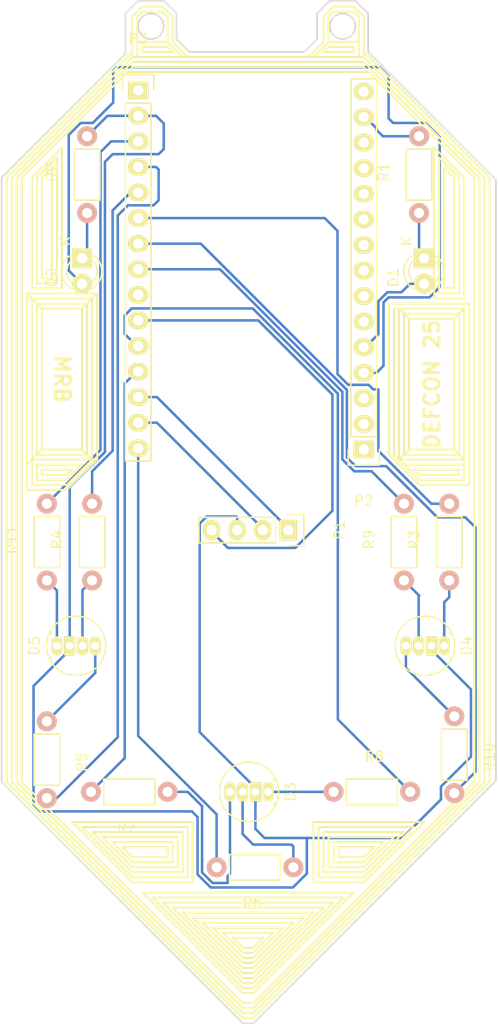
<source format=kicad_pcb>
(kicad_pcb (version 4) (host pcbnew 4.0.6)

  (general
    (links 32)
    (no_connects 1)
    (area 54.715 58.344999 104.57512 160.095001)
    (thickness 1.6)
    (drawings 315)
    (tracks 194)
    (zones 0)
    (modules 19)
    (nets 41)
  )

  (page A4)
  (layers
    (0 F.Cu signal)
    (31 B.Cu signal)
    (32 B.Adhes user)
    (33 F.Adhes user)
    (34 B.Paste user)
    (35 F.Paste user)
    (36 B.SilkS user)
    (37 F.SilkS user)
    (38 B.Mask user)
    (39 F.Mask user)
    (40 Dwgs.User user)
    (41 Cmts.User user)
    (42 Eco1.User user)
    (43 Eco2.User user)
    (44 Edge.Cuts user)
    (45 Margin user)
    (46 B.CrtYd user)
    (47 F.CrtYd user)
    (48 B.Fab user)
    (49 F.Fab user)
  )

  (setup
    (last_trace_width 0.25)
    (trace_clearance 0.2)
    (zone_clearance 0.508)
    (zone_45_only no)
    (trace_min 0.2)
    (segment_width 0.2)
    (edge_width 0.15)
    (via_size 0.8)
    (via_drill 0.4)
    (via_min_size 0.4)
    (via_min_drill 0.3)
    (uvia_size 0.3)
    (uvia_drill 0.1)
    (uvias_allowed no)
    (uvia_min_size 0.2)
    (uvia_min_drill 0.1)
    (pcb_text_width 0.3)
    (pcb_text_size 1.5 1.5)
    (mod_edge_width 0.15)
    (mod_text_size 1 1)
    (mod_text_width 0.15)
    (pad_size 1.524 1.524)
    (pad_drill 0.762)
    (pad_to_mask_clearance 0.2)
    (aux_axis_origin 0 0)
    (visible_elements FFFFFF7F)
    (pcbplotparams
      (layerselection 0x00030_ffffffff)
      (usegerberextensions false)
      (excludeedgelayer true)
      (linewidth 0.100000)
      (plotframeref false)
      (viasonmask false)
      (mode 1)
      (useauxorigin false)
      (hpglpennumber 1)
      (hpglpenspeed 20)
      (hpglpendiameter 15)
      (hpglpenoverlay 2)
      (psnegative false)
      (psa4output false)
      (plotreference true)
      (plotvalue true)
      (plotinvisibletext false)
      (padsonsilk false)
      (subtractmaskfromsilk false)
      (outputformat 1)
      (mirror false)
      (drillshape 1)
      (scaleselection 1)
      (outputdirectory ""))
  )

  (net 0 "")
  (net 1 sd2)
  (net 2 "Net-(D1-Pad1)")
  (net 3 "Net-(D2-Pad1)")
  (net 4 sd3)
  (net 5 "Net-(D3-Pad4)")
  (net 6 "Net-(D3-Pad3)")
  (net 7 "Net-(D3-Pad1)")
  (net 8 "Net-(D4-Pad1)")
  (net 9 "Net-(D4-Pad3)")
  (net 10 "Net-(D4-Pad4)")
  (net 11 "Net-(D5-Pad1)")
  (net 12 "Net-(D5-Pad3)")
  (net 13 "Net-(D5-Pad4)")
  (net 14 d2)
  (net 15 d1)
  (net 16 3_3v)
  (net 17 "Net-(P2-Pad15)")
  (net 18 "Net-(P2-Pad13)")
  (net 19 "Net-(P2-Pad12)")
  (net 20 "Net-(P2-Pad11)")
  (net 21 "Net-(P2-Pad9)")
  (net 22 "Net-(P2-Pad8)")
  (net 23 "Net-(P2-Pad7)")
  (net 24 "Net-(P2-Pad6)")
  (net 25 rsv)
  (net 26 "Net-(P2-Pad1)")
  (net 27 tx)
  (net 28 rx)
  (net 29 d8)
  (net 30 d7)
  (net 31 d6)
  (net 32 d5)
  (net 33 d4)
  (net 34 d3)
  (net 35 d0)
  (net 36 GND_2)
  (net 37 GND_14)
  (net 38 GND_10)
  (net 39 GND_9)
  (net 40 "Net-(P3-Pad1)")

  (net_class Default "This is the default net class."
    (clearance 0.2)
    (trace_width 0.25)
    (via_dia 0.8)
    (via_drill 0.4)
    (uvia_dia 0.3)
    (uvia_drill 0.1)
    (add_net 3_3v)
    (add_net GND_10)
    (add_net GND_14)
    (add_net GND_2)
    (add_net GND_9)
    (add_net "Net-(D1-Pad1)")
    (add_net "Net-(D2-Pad1)")
    (add_net "Net-(D3-Pad1)")
    (add_net "Net-(D3-Pad3)")
    (add_net "Net-(D3-Pad4)")
    (add_net "Net-(D4-Pad1)")
    (add_net "Net-(D4-Pad3)")
    (add_net "Net-(D4-Pad4)")
    (add_net "Net-(D5-Pad1)")
    (add_net "Net-(D5-Pad3)")
    (add_net "Net-(D5-Pad4)")
    (add_net "Net-(P2-Pad1)")
    (add_net "Net-(P2-Pad11)")
    (add_net "Net-(P2-Pad12)")
    (add_net "Net-(P2-Pad13)")
    (add_net "Net-(P2-Pad15)")
    (add_net "Net-(P2-Pad6)")
    (add_net "Net-(P2-Pad7)")
    (add_net "Net-(P2-Pad8)")
    (add_net "Net-(P2-Pad9)")
    (add_net "Net-(P3-Pad1)")
    (add_net d0)
    (add_net d1)
    (add_net d2)
    (add_net d3)
    (add_net d4)
    (add_net d5)
    (add_net d6)
    (add_net d7)
    (add_net d8)
    (add_net rsv)
    (add_net rx)
    (add_net sd2)
    (add_net sd3)
    (add_net tx)
  )

  (module LEDs:LED-RGB-5MM_Common_Cathode (layer F.Cu) (tedit 55A0859C) (tstamp 59484291)
    (at 60.5 122.5 90)
    (descr "5mm common cathode RGB LED")
    (tags "RGB LED 5mm Common Cathode")
    (path /594368DF)
    (fp_text reference D5 (at 0 -2.25 90) (layer F.SilkS)
      (effects (font (size 1 1) (thickness 0.15)))
    )
    (fp_text value LED_RCBG (at 0 6.25 90) (layer F.Fab)
      (effects (font (size 1 1) (thickness 0.15)))
    )
    (fp_circle (center 0 1.905) (end 3.2 1.905) (layer F.CrtYd) (width 0.05))
    (fp_line (start -1.1 -0.595) (end -1.55 -0.595) (layer F.SilkS) (width 0.15))
    (fp_circle (center 0 1.905) (end 2.95 1.905) (layer F.SilkS) (width 0.15))
    (fp_line (start 1.1 -0.595) (end 1.55 -0.595) (layer F.SilkS) (width 0.15))
    (pad 1 thru_hole oval (at 0 0 90) (size 1.905 1.1176) (drill 0.762) (layers *.Cu *.Mask F.SilkS)
      (net 11 "Net-(D5-Pad1)"))
    (pad 2 thru_hole rect (at 0 1.27 90) (size 1.905 1.1176) (drill 0.762) (layers *.Cu *.Mask F.SilkS)
      (net 36 GND_2))
    (pad 3 thru_hole oval (at 0 2.54 90) (size 1.905 1.1176) (drill 0.762) (layers *.Cu *.Mask F.SilkS)
      (net 12 "Net-(D5-Pad3)"))
    (pad 4 thru_hole oval (at 0 3.81 90) (size 1.905 1.1176) (drill 0.762) (layers *.Cu *.Mask F.SilkS)
      (net 13 "Net-(D5-Pad4)"))
  )

  (module LEDs:LED-3MM (layer F.Cu) (tedit 559B82F6) (tstamp 5948425C)
    (at 97 84 270)
    (descr "LED 3mm round vertical")
    (tags "LED  3mm round vertical")
    (path /59432931)
    (fp_text reference D1 (at 1.91 3.06 270) (layer F.SilkS)
      (effects (font (size 1 1) (thickness 0.15)))
    )
    (fp_text value LED (at 1.3 -2.9 270) (layer F.Fab)
      (effects (font (size 1 1) (thickness 0.15)))
    )
    (fp_text user K (at -1.69 1.74 270) (layer F.SilkS)
      (effects (font (size 1 1) (thickness 0.15)))
    )
    (fp_arc (start 1.301 0.034) (end 2.335 1.094) (angle 87.5) (layer F.SilkS) (width 0.15))
    (fp_arc (start 1.311 0.034) (end 3.051 0.994) (angle 110) (layer F.SilkS) (width 0.15))
    (fp_arc (start 1.301 0.034) (end 0.25 -1.1) (angle 85.7) (layer F.SilkS) (width 0.15))
    (fp_arc (start 1.301 0.034) (end -0.199 -1.286) (angle 108.5) (layer F.SilkS) (width 0.15))
    (fp_line (start -0.199 -1.28) (end -0.199 -1.1) (layer F.SilkS) (width 0.15))
    (fp_line (start -0.199 1.314) (end -0.199 1.114) (layer F.SilkS) (width 0.15))
    (fp_line (start -1.2 -2.2) (end -1.2 2.3) (layer F.CrtYd) (width 0.05))
    (fp_line (start 3.8 -2.2) (end -1.2 -2.2) (layer F.CrtYd) (width 0.05))
    (fp_line (start 3.8 2.3) (end 3.8 -2.2) (layer F.CrtYd) (width 0.05))
    (fp_line (start -1.2 2.3) (end 3.8 2.3) (layer F.CrtYd) (width 0.05))
    (pad 2 thru_hole circle (at 2.54 0 270) (size 2 2) (drill 1.00076) (layers *.Cu *.Mask F.SilkS)
      (net 1 sd2))
    (pad 1 thru_hole rect (at 0 0) (size 2 2) (drill 1.00076) (layers *.Cu *.Mask F.SilkS)
      (net 2 "Net-(D1-Pad1)"))
    (model LEDs.3dshapes/LED-3MM.wrl
      (at (xyz 0.05 0 0))
      (scale (xyz 1 1 1))
      (rotate (xyz 0 0 90))
    )
  )

  (module LEDs:LED-3MM (layer F.Cu) (tedit 559B82F6) (tstamp 5948426D)
    (at 63 84 270)
    (descr "LED 3mm round vertical")
    (tags "LED  3mm round vertical")
    (path /59432959)
    (fp_text reference D2 (at 1.91 3.06 270) (layer F.SilkS)
      (effects (font (size 1 1) (thickness 0.15)))
    )
    (fp_text value LED (at 1.3 -2.9 270) (layer F.Fab)
      (effects (font (size 1 1) (thickness 0.15)))
    )
    (fp_line (start -1.2 2.3) (end 3.8 2.3) (layer F.CrtYd) (width 0.05))
    (fp_line (start 3.8 2.3) (end 3.8 -2.2) (layer F.CrtYd) (width 0.05))
    (fp_line (start 3.8 -2.2) (end -1.2 -2.2) (layer F.CrtYd) (width 0.05))
    (fp_line (start -1.2 -2.2) (end -1.2 2.3) (layer F.CrtYd) (width 0.05))
    (fp_line (start -0.199 1.314) (end -0.199 1.114) (layer F.SilkS) (width 0.15))
    (fp_line (start -0.199 -1.28) (end -0.199 -1.1) (layer F.SilkS) (width 0.15))
    (fp_arc (start 1.301 0.034) (end -0.199 -1.286) (angle 108.5) (layer F.SilkS) (width 0.15))
    (fp_arc (start 1.301 0.034) (end 0.25 -1.1) (angle 85.7) (layer F.SilkS) (width 0.15))
    (fp_arc (start 1.311 0.034) (end 3.051 0.994) (angle 110) (layer F.SilkS) (width 0.15))
    (fp_arc (start 1.301 0.034) (end 2.335 1.094) (angle 87.5) (layer F.SilkS) (width 0.15))
    (fp_text user K (at -1.69 1.74 270) (layer F.SilkS)
      (effects (font (size 1 1) (thickness 0.15)))
    )
    (pad 1 thru_hole rect (at 0 0) (size 2 2) (drill 1.00076) (layers *.Cu *.Mask F.SilkS)
      (net 3 "Net-(D2-Pad1)"))
    (pad 2 thru_hole circle (at 2.54 0 270) (size 2 2) (drill 1.00076) (layers *.Cu *.Mask F.SilkS)
      (net 4 sd3))
    (model LEDs.3dshapes/LED-3MM.wrl
      (at (xyz 0.05 0 0))
      (scale (xyz 1 1 1))
      (rotate (xyz 0 0 90))
    )
  )

  (module LEDs:LED-RGB-5MM_Common_Cathode (layer F.Cu) (tedit 55A0859C) (tstamp 59484279)
    (at 81.5 137 270)
    (descr "5mm common cathode RGB LED")
    (tags "RGB LED 5mm Common Cathode")
    (path /59433D94)
    (fp_text reference D3 (at 0 -2.25 270) (layer F.SilkS)
      (effects (font (size 1 1) (thickness 0.15)))
    )
    (fp_text value LED_RCBG (at 0 6.25 270) (layer F.Fab)
      (effects (font (size 1 1) (thickness 0.15)))
    )
    (fp_line (start 1.1 -0.595) (end 1.55 -0.595) (layer F.SilkS) (width 0.15))
    (fp_circle (center 0 1.905) (end 2.95 1.905) (layer F.SilkS) (width 0.15))
    (fp_line (start -1.1 -0.595) (end -1.55 -0.595) (layer F.SilkS) (width 0.15))
    (fp_circle (center 0 1.905) (end 3.2 1.905) (layer F.CrtYd) (width 0.05))
    (pad 4 thru_hole oval (at 0 3.81 270) (size 1.905 1.1176) (drill 0.762) (layers *.Cu *.Mask F.SilkS)
      (net 5 "Net-(D3-Pad4)"))
    (pad 3 thru_hole oval (at 0 2.54 270) (size 1.905 1.1176) (drill 0.762) (layers *.Cu *.Mask F.SilkS)
      (net 6 "Net-(D3-Pad3)"))
    (pad 2 thru_hole rect (at 0 1.27 270) (size 1.905 1.1176) (drill 0.762) (layers *.Cu *.Mask F.SilkS)
      (net 36 GND_2))
    (pad 1 thru_hole oval (at 0 0 270) (size 1.905 1.1176) (drill 0.762) (layers *.Cu *.Mask F.SilkS)
      (net 7 "Net-(D3-Pad1)"))
  )

  (module LEDs:LED-RGB-5MM_Common_Cathode (layer F.Cu) (tedit 55A0859C) (tstamp 59484285)
    (at 99 122.5 270)
    (descr "5mm common cathode RGB LED")
    (tags "RGB LED 5mm Common Cathode")
    (path /59433F45)
    (fp_text reference D4 (at 0 -2.25 270) (layer F.SilkS)
      (effects (font (size 1 1) (thickness 0.15)))
    )
    (fp_text value LED_RCBG (at 0 6.25 270) (layer F.Fab)
      (effects (font (size 1 1) (thickness 0.15)))
    )
    (fp_circle (center 0 1.905) (end 3.2 1.905) (layer F.CrtYd) (width 0.05))
    (fp_line (start -1.1 -0.595) (end -1.55 -0.595) (layer F.SilkS) (width 0.15))
    (fp_circle (center 0 1.905) (end 2.95 1.905) (layer F.SilkS) (width 0.15))
    (fp_line (start 1.1 -0.595) (end 1.55 -0.595) (layer F.SilkS) (width 0.15))
    (pad 1 thru_hole oval (at 0 0 270) (size 1.905 1.1176) (drill 0.762) (layers *.Cu *.Mask F.SilkS)
      (net 8 "Net-(D4-Pad1)"))
    (pad 2 thru_hole rect (at 0 1.27 270) (size 1.905 1.1176) (drill 0.762) (layers *.Cu *.Mask F.SilkS)
      (net 36 GND_2))
    (pad 3 thru_hole oval (at 0 2.54 270) (size 1.905 1.1176) (drill 0.762) (layers *.Cu *.Mask F.SilkS)
      (net 9 "Net-(D4-Pad3)"))
    (pad 4 thru_hole oval (at 0 3.81 270) (size 1.905 1.1176) (drill 0.762) (layers *.Cu *.Mask F.SilkS)
      (net 10 "Net-(D4-Pad4)"))
  )

  (module Pin_Headers:Pin_Header_Straight_1x04 (layer F.Cu) (tedit 594347D8) (tstamp 594842A4)
    (at 83.5 111 270)
    (descr "Through hole pin header")
    (tags "pin header")
    (path /5943287B)
    (fp_text reference P1 (at 0 -5.1 270) (layer F.SilkS)
      (effects (font (size 1 1) (thickness 0.15)))
    )
    (fp_text value CONN_01X4 (at 0 -3.1 270) (layer F.Fab)
      (effects (font (size 1 1) (thickness 0.15)))
    )
    (fp_line (start -1.75 -1.75) (end -1.75 9.4) (layer F.CrtYd) (width 0.05))
    (fp_line (start 1.75 -1.75) (end 1.75 9.4) (layer F.CrtYd) (width 0.05))
    (fp_line (start -1.75 -1.75) (end 1.75 -1.75) (layer F.CrtYd) (width 0.05))
    (fp_line (start -1.75 9.4) (end 1.75 9.4) (layer F.CrtYd) (width 0.05))
    (fp_line (start -1.27 1.27) (end -1.27 8.89) (layer F.SilkS) (width 0.15))
    (fp_line (start 1.27 1.27) (end 1.27 8.89) (layer F.SilkS) (width 0.15))
    (fp_line (start 1.55 -1.55) (end 1.55 0) (layer F.SilkS) (width 0.15))
    (fp_line (start -1.27 8.89) (end 1.27 8.89) (layer F.SilkS) (width 0.15))
    (fp_line (start 1.27 1.27) (end -1.27 1.27) (layer F.SilkS) (width 0.15))
    (fp_line (start -1.55 0) (end -1.55 -1.55) (layer F.SilkS) (width 0.15))
    (fp_line (start -1.55 -1.55) (end 1.55 -1.55) (layer F.SilkS) (width 0.15))
    (pad 1 thru_hole rect (at 0 0 270) (size 2.032 1.7272) (drill 1.016) (layers *.Cu *.Mask F.SilkS)
      (net 14 d2))
    (pad 2 thru_hole oval (at 0 2.54 270) (size 2.032 1.7272) (drill 1.016) (layers *.Cu *.Mask F.SilkS)
      (net 15 d1))
    (pad 3 thru_hole oval (at 0 5.08 270) (size 2.032 1.7272) (drill 1.016) (layers *.Cu *.Mask F.SilkS)
      (net 36 GND_2))
    (pad 4 thru_hole oval (at 0 7.62 270) (size 2.032 1.7272) (drill 1.016) (layers *.Cu *.Mask F.SilkS)
      (net 16 3_3v))
    (model Pin_Headers.3dshapes/Pin_Header_Straight_1x04.wrl
      (at (xyz 0 -0.15 0))
      (scale (xyz 1 1 1))
      (rotate (xyz 0 0 90))
    )
  )

  (module Pin_Headers:Pin_Header_Straight_1x15 (layer F.Cu) (tedit 0) (tstamp 594842C2)
    (at 91 103 180)
    (descr "Through hole pin header")
    (tags "pin header")
    (path /594327D5)
    (fp_text reference P2 (at 0 -5.1 180) (layer F.SilkS)
      (effects (font (size 1 1) (thickness 0.15)))
    )
    (fp_text value CONN_01X15 (at 0 -3.1 180) (layer F.Fab)
      (effects (font (size 1 1) (thickness 0.15)))
    )
    (fp_line (start -1.55 -1.55) (end 1.55 -1.55) (layer F.SilkS) (width 0.15))
    (fp_line (start -1.55 0) (end -1.55 -1.55) (layer F.SilkS) (width 0.15))
    (fp_line (start 1.27 1.27) (end -1.27 1.27) (layer F.SilkS) (width 0.15))
    (fp_line (start 1.55 -1.55) (end 1.55 0) (layer F.SilkS) (width 0.15))
    (fp_line (start 1.27 36.83) (end 1.27 1.27) (layer F.SilkS) (width 0.15))
    (fp_line (start -1.27 36.83) (end 1.27 36.83) (layer F.SilkS) (width 0.15))
    (fp_line (start -1.27 1.27) (end -1.27 36.83) (layer F.SilkS) (width 0.15))
    (fp_line (start -1.75 37.35) (end 1.75 37.35) (layer F.CrtYd) (width 0.05))
    (fp_line (start -1.75 -1.75) (end 1.75 -1.75) (layer F.CrtYd) (width 0.05))
    (fp_line (start 1.75 -1.75) (end 1.75 37.35) (layer F.CrtYd) (width 0.05))
    (fp_line (start -1.75 -1.75) (end -1.75 37.35) (layer F.CrtYd) (width 0.05))
    (pad 15 thru_hole oval (at 0 35.56 180) (size 2.032 1.7272) (drill 1.016) (layers *.Cu *.Mask F.SilkS)
      (net 17 "Net-(P2-Pad15)"))
    (pad 14 thru_hole oval (at 0 33.02 180) (size 2.032 1.7272) (drill 1.016) (layers *.Cu *.Mask F.SilkS)
      (net 37 GND_14))
    (pad 13 thru_hole oval (at 0 30.48 180) (size 2.032 1.7272) (drill 1.016) (layers *.Cu *.Mask F.SilkS)
      (net 18 "Net-(P2-Pad13)"))
    (pad 12 thru_hole oval (at 0 27.94 180) (size 2.032 1.7272) (drill 1.016) (layers *.Cu *.Mask F.SilkS)
      (net 19 "Net-(P2-Pad12)"))
    (pad 11 thru_hole oval (at 0 25.4 180) (size 2.032 1.7272) (drill 1.016) (layers *.Cu *.Mask F.SilkS)
      (net 20 "Net-(P2-Pad11)"))
    (pad 10 thru_hole oval (at 0 22.86 180) (size 2.032 1.7272) (drill 1.016) (layers *.Cu *.Mask F.SilkS)
      (net 38 GND_10))
    (pad 9 thru_hole oval (at 0 20.32 180) (size 2.032 1.7272) (drill 1.016) (layers *.Cu *.Mask F.SilkS)
      (net 21 "Net-(P2-Pad9)"))
    (pad 8 thru_hole oval (at 0 17.78 180) (size 2.032 1.7272) (drill 1.016) (layers *.Cu *.Mask F.SilkS)
      (net 22 "Net-(P2-Pad8)"))
    (pad 7 thru_hole oval (at 0 15.24 180) (size 2.032 1.7272) (drill 1.016) (layers *.Cu *.Mask F.SilkS)
      (net 23 "Net-(P2-Pad7)"))
    (pad 6 thru_hole oval (at 0 12.7 180) (size 2.032 1.7272) (drill 1.016) (layers *.Cu *.Mask F.SilkS)
      (net 24 "Net-(P2-Pad6)"))
    (pad 5 thru_hole oval (at 0 10.16 180) (size 2.032 1.7272) (drill 1.016) (layers *.Cu *.Mask F.SilkS)
      (net 1 sd2))
    (pad 4 thru_hole oval (at 0 7.62 180) (size 2.032 1.7272) (drill 1.016) (layers *.Cu *.Mask F.SilkS)
      (net 4 sd3))
    (pad 3 thru_hole oval (at 0 5.08 180) (size 2.032 1.7272) (drill 1.016) (layers *.Cu *.Mask F.SilkS)
      (net 25 rsv))
    (pad 2 thru_hole oval (at 0 2.54 180) (size 2.032 1.7272) (drill 1.016) (layers *.Cu *.Mask F.SilkS)
      (net 25 rsv))
    (pad 1 thru_hole rect (at 0 0 180) (size 2.032 1.7272) (drill 1.016) (layers *.Cu *.Mask F.SilkS)
      (net 26 "Net-(P2-Pad1)"))
    (model Pin_Headers.3dshapes/Pin_Header_Straight_1x15.wrl
      (at (xyz 0 -0.7 0))
      (scale (xyz 1 1 1))
      (rotate (xyz 0 0 90))
    )
  )

  (module Pin_Headers:Pin_Header_Straight_1x15 (layer F.Cu) (tedit 0) (tstamp 594842E0)
    (at 68.58 67.31)
    (descr "Through hole pin header")
    (tags "pin header")
    (path /594327A6)
    (fp_text reference P3 (at 0 -5.1) (layer F.SilkS)
      (effects (font (size 1 1) (thickness 0.15)))
    )
    (fp_text value CONN_01X15 (at 0 -3.1) (layer F.Fab)
      (effects (font (size 1 1) (thickness 0.15)))
    )
    (fp_line (start -1.75 -1.75) (end -1.75 37.35) (layer F.CrtYd) (width 0.05))
    (fp_line (start 1.75 -1.75) (end 1.75 37.35) (layer F.CrtYd) (width 0.05))
    (fp_line (start -1.75 -1.75) (end 1.75 -1.75) (layer F.CrtYd) (width 0.05))
    (fp_line (start -1.75 37.35) (end 1.75 37.35) (layer F.CrtYd) (width 0.05))
    (fp_line (start -1.27 1.27) (end -1.27 36.83) (layer F.SilkS) (width 0.15))
    (fp_line (start -1.27 36.83) (end 1.27 36.83) (layer F.SilkS) (width 0.15))
    (fp_line (start 1.27 36.83) (end 1.27 1.27) (layer F.SilkS) (width 0.15))
    (fp_line (start 1.55 -1.55) (end 1.55 0) (layer F.SilkS) (width 0.15))
    (fp_line (start 1.27 1.27) (end -1.27 1.27) (layer F.SilkS) (width 0.15))
    (fp_line (start -1.55 0) (end -1.55 -1.55) (layer F.SilkS) (width 0.15))
    (fp_line (start -1.55 -1.55) (end 1.55 -1.55) (layer F.SilkS) (width 0.15))
    (pad 1 thru_hole rect (at 0 0) (size 2.032 1.7272) (drill 1.016) (layers *.Cu *.Mask F.SilkS)
      (net 40 "Net-(P3-Pad1)"))
    (pad 2 thru_hole oval (at 0 2.54) (size 2.032 1.7272) (drill 1.016) (layers *.Cu *.Mask F.SilkS)
      (net 36 GND_2))
    (pad 3 thru_hole oval (at 0 5.08) (size 2.032 1.7272) (drill 1.016) (layers *.Cu *.Mask F.SilkS)
      (net 27 tx))
    (pad 4 thru_hole oval (at 0 7.62) (size 2.032 1.7272) (drill 1.016) (layers *.Cu *.Mask F.SilkS)
      (net 28 rx))
    (pad 5 thru_hole oval (at 0 10.16) (size 2.032 1.7272) (drill 1.016) (layers *.Cu *.Mask F.SilkS)
      (net 29 d8))
    (pad 6 thru_hole oval (at 0 12.7) (size 2.032 1.7272) (drill 1.016) (layers *.Cu *.Mask F.SilkS)
      (net 30 d7))
    (pad 7 thru_hole oval (at 0 15.24) (size 2.032 1.7272) (drill 1.016) (layers *.Cu *.Mask F.SilkS)
      (net 31 d6))
    (pad 8 thru_hole oval (at 0 17.78) (size 2.032 1.7272) (drill 1.016) (layers *.Cu *.Mask F.SilkS)
      (net 32 d5))
    (pad 9 thru_hole oval (at 0 20.32) (size 2.032 1.7272) (drill 1.016) (layers *.Cu *.Mask F.SilkS)
      (net 39 GND_9))
    (pad 10 thru_hole oval (at 0 22.86) (size 2.032 1.7272) (drill 1.016) (layers *.Cu *.Mask F.SilkS)
      (net 16 3_3v))
    (pad 11 thru_hole oval (at 0 25.4) (size 2.032 1.7272) (drill 1.016) (layers *.Cu *.Mask F.SilkS)
      (net 33 d4))
    (pad 12 thru_hole oval (at 0 27.94) (size 2.032 1.7272) (drill 1.016) (layers *.Cu *.Mask F.SilkS)
      (net 34 d3))
    (pad 13 thru_hole oval (at 0 30.48) (size 2.032 1.7272) (drill 1.016) (layers *.Cu *.Mask F.SilkS)
      (net 14 d2))
    (pad 14 thru_hole oval (at 0 33.02) (size 2.032 1.7272) (drill 1.016) (layers *.Cu *.Mask F.SilkS)
      (net 15 d1))
    (pad 15 thru_hole oval (at 0 35.56) (size 2.032 1.7272) (drill 1.016) (layers *.Cu *.Mask F.SilkS)
      (net 35 d0))
    (model Pin_Headers.3dshapes/Pin_Header_Straight_1x15.wrl
      (at (xyz 0 -0.7 0))
      (scale (xyz 1 1 1))
      (rotate (xyz 0 0 90))
    )
  )

  (module Resistors_ThroughHole:Resistor_Horizontal_RM7mm (layer F.Cu) (tedit 569FCF07) (tstamp 594842EE)
    (at 96.5 79.5 90)
    (descr "Resistor, Axial,  RM 7.62mm, 1/3W,")
    (tags "Resistor Axial RM 7.62mm 1/3W R3")
    (path /59433B08)
    (fp_text reference R1 (at 4.05892 -3.50012 90) (layer F.SilkS)
      (effects (font (size 1 1) (thickness 0.15)))
    )
    (fp_text value 10k (at 3.81 3.81 90) (layer F.Fab)
      (effects (font (size 1 1) (thickness 0.15)))
    )
    (fp_line (start -1.25 -1.5) (end 8.85 -1.5) (layer F.CrtYd) (width 0.05))
    (fp_line (start -1.25 1.5) (end -1.25 -1.5) (layer F.CrtYd) (width 0.05))
    (fp_line (start 8.85 -1.5) (end 8.85 1.5) (layer F.CrtYd) (width 0.05))
    (fp_line (start -1.25 1.5) (end 8.85 1.5) (layer F.CrtYd) (width 0.05))
    (fp_line (start 1.27 -1.27) (end 6.35 -1.27) (layer F.SilkS) (width 0.15))
    (fp_line (start 6.35 -1.27) (end 6.35 1.27) (layer F.SilkS) (width 0.15))
    (fp_line (start 6.35 1.27) (end 1.27 1.27) (layer F.SilkS) (width 0.15))
    (fp_line (start 1.27 1.27) (end 1.27 -1.27) (layer F.SilkS) (width 0.15))
    (pad 1 thru_hole circle (at 0 0 90) (size 1.99898 1.99898) (drill 1.00076) (layers *.Cu *.SilkS *.Mask)
      (net 2 "Net-(D1-Pad1)"))
    (pad 2 thru_hole circle (at 7.62 0 90) (size 1.99898 1.99898) (drill 1.00076) (layers *.Cu *.SilkS *.Mask)
      (net 37 GND_14))
  )

  (module Resistors_ThroughHole:Resistor_Horizontal_RM7mm (layer F.Cu) (tedit 569FCF07) (tstamp 594842FC)
    (at 63.5 79.5 90)
    (descr "Resistor, Axial,  RM 7.62mm, 1/3W,")
    (tags "Resistor Axial RM 7.62mm 1/3W R3")
    (path /59433B87)
    (fp_text reference R2 (at 4.05892 -3.50012 90) (layer F.SilkS)
      (effects (font (size 1 1) (thickness 0.15)))
    )
    (fp_text value 10k (at 3.81 3.81 90) (layer F.Fab)
      (effects (font (size 1 1) (thickness 0.15)))
    )
    (fp_line (start 1.27 1.27) (end 1.27 -1.27) (layer F.SilkS) (width 0.15))
    (fp_line (start 6.35 1.27) (end 1.27 1.27) (layer F.SilkS) (width 0.15))
    (fp_line (start 6.35 -1.27) (end 6.35 1.27) (layer F.SilkS) (width 0.15))
    (fp_line (start 1.27 -1.27) (end 6.35 -1.27) (layer F.SilkS) (width 0.15))
    (fp_line (start -1.25 1.5) (end 8.85 1.5) (layer F.CrtYd) (width 0.05))
    (fp_line (start 8.85 -1.5) (end 8.85 1.5) (layer F.CrtYd) (width 0.05))
    (fp_line (start -1.25 1.5) (end -1.25 -1.5) (layer F.CrtYd) (width 0.05))
    (fp_line (start -1.25 -1.5) (end 8.85 -1.5) (layer F.CrtYd) (width 0.05))
    (pad 2 thru_hole circle (at 7.62 0 90) (size 1.99898 1.99898) (drill 1.00076) (layers *.Cu *.SilkS *.Mask)
      (net 36 GND_2))
    (pad 1 thru_hole circle (at 0 0 90) (size 1.99898 1.99898) (drill 1.00076) (layers *.Cu *.SilkS *.Mask)
      (net 3 "Net-(D2-Pad1)"))
  )

  (module Resistors_ThroughHole:Resistor_Horizontal_RM7mm (layer F.Cu) (tedit 569FCF07) (tstamp 5948430A)
    (at 99.5 116 90)
    (descr "Resistor, Axial,  RM 7.62mm, 1/3W,")
    (tags "Resistor Axial RM 7.62mm 1/3W R3")
    (path /59435DAF)
    (fp_text reference R3 (at 4.05892 -3.50012 90) (layer F.SilkS)
      (effects (font (size 1 1) (thickness 0.15)))
    )
    (fp_text value 10k (at 3.81 3.81 90) (layer F.Fab)
      (effects (font (size 1 1) (thickness 0.15)))
    )
    (fp_line (start -1.25 -1.5) (end 8.85 -1.5) (layer F.CrtYd) (width 0.05))
    (fp_line (start -1.25 1.5) (end -1.25 -1.5) (layer F.CrtYd) (width 0.05))
    (fp_line (start 8.85 -1.5) (end 8.85 1.5) (layer F.CrtYd) (width 0.05))
    (fp_line (start -1.25 1.5) (end 8.85 1.5) (layer F.CrtYd) (width 0.05))
    (fp_line (start 1.27 -1.27) (end 6.35 -1.27) (layer F.SilkS) (width 0.15))
    (fp_line (start 6.35 -1.27) (end 6.35 1.27) (layer F.SilkS) (width 0.15))
    (fp_line (start 6.35 1.27) (end 1.27 1.27) (layer F.SilkS) (width 0.15))
    (fp_line (start 1.27 1.27) (end 1.27 -1.27) (layer F.SilkS) (width 0.15))
    (pad 1 thru_hole circle (at 0 0 90) (size 1.99898 1.99898) (drill 1.00076) (layers *.Cu *.SilkS *.Mask)
      (net 8 "Net-(D4-Pad1)"))
    (pad 2 thru_hole circle (at 7.62 0 90) (size 1.99898 1.99898) (drill 1.00076) (layers *.Cu *.SilkS *.Mask)
      (net 30 d7))
  )

  (module Resistors_ThroughHole:Resistor_Horizontal_RM7mm (layer F.Cu) (tedit 569FCF07) (tstamp 59484318)
    (at 64 116 90)
    (descr "Resistor, Axial,  RM 7.62mm, 1/3W,")
    (tags "Resistor Axial RM 7.62mm 1/3W R3")
    (path /59436937)
    (fp_text reference R4 (at 4.05892 -3.50012 90) (layer F.SilkS)
      (effects (font (size 1 1) (thickness 0.15)))
    )
    (fp_text value 10k (at 3.81 3.81 90) (layer F.Fab)
      (effects (font (size 1 1) (thickness 0.15)))
    )
    (fp_line (start 1.27 1.27) (end 1.27 -1.27) (layer F.SilkS) (width 0.15))
    (fp_line (start 6.35 1.27) (end 1.27 1.27) (layer F.SilkS) (width 0.15))
    (fp_line (start 6.35 -1.27) (end 6.35 1.27) (layer F.SilkS) (width 0.15))
    (fp_line (start 1.27 -1.27) (end 6.35 -1.27) (layer F.SilkS) (width 0.15))
    (fp_line (start -1.25 1.5) (end 8.85 1.5) (layer F.CrtYd) (width 0.05))
    (fp_line (start 8.85 -1.5) (end 8.85 1.5) (layer F.CrtYd) (width 0.05))
    (fp_line (start -1.25 1.5) (end -1.25 -1.5) (layer F.CrtYd) (width 0.05))
    (fp_line (start -1.25 -1.5) (end 8.85 -1.5) (layer F.CrtYd) (width 0.05))
    (pad 2 thru_hole circle (at 7.62 0 90) (size 1.99898 1.99898) (drill 1.00076) (layers *.Cu *.SilkS *.Mask)
      (net 29 d8))
    (pad 1 thru_hole circle (at 0 0 90) (size 1.99898 1.99898) (drill 1.00076) (layers *.Cu *.SilkS *.Mask)
      (net 12 "Net-(D5-Pad3)"))
  )

  (module Resistors_ThroughHole:Resistor_Horizontal_RM7mm (layer F.Cu) (tedit 569FCF07) (tstamp 59484326)
    (at 59.5 130 270)
    (descr "Resistor, Axial,  RM 7.62mm, 1/3W,")
    (tags "Resistor Axial RM 7.62mm 1/3W R3")
    (path /59436983)
    (fp_text reference R5 (at 4.05892 -3.50012 270) (layer F.SilkS)
      (effects (font (size 1 1) (thickness 0.15)))
    )
    (fp_text value 10k (at 3.81 3.81 270) (layer F.Fab)
      (effects (font (size 1 1) (thickness 0.15)))
    )
    (fp_line (start -1.25 -1.5) (end 8.85 -1.5) (layer F.CrtYd) (width 0.05))
    (fp_line (start -1.25 1.5) (end -1.25 -1.5) (layer F.CrtYd) (width 0.05))
    (fp_line (start 8.85 -1.5) (end 8.85 1.5) (layer F.CrtYd) (width 0.05))
    (fp_line (start -1.25 1.5) (end 8.85 1.5) (layer F.CrtYd) (width 0.05))
    (fp_line (start 1.27 -1.27) (end 6.35 -1.27) (layer F.SilkS) (width 0.15))
    (fp_line (start 6.35 -1.27) (end 6.35 1.27) (layer F.SilkS) (width 0.15))
    (fp_line (start 6.35 1.27) (end 1.27 1.27) (layer F.SilkS) (width 0.15))
    (fp_line (start 1.27 1.27) (end 1.27 -1.27) (layer F.SilkS) (width 0.15))
    (pad 1 thru_hole circle (at 0 0 270) (size 1.99898 1.99898) (drill 1.00076) (layers *.Cu *.SilkS *.Mask)
      (net 13 "Net-(D5-Pad4)"))
    (pad 2 thru_hole circle (at 7.62 0 270) (size 1.99898 1.99898) (drill 1.00076) (layers *.Cu *.SilkS *.Mask)
      (net 28 rx))
  )

  (module Resistors_ThroughHole:Resistor_Horizontal_RM7mm (layer F.Cu) (tedit 569FCF07) (tstamp 59484334)
    (at 84 144.5 180)
    (descr "Resistor, Axial,  RM 7.62mm, 1/3W,")
    (tags "Resistor Axial RM 7.62mm 1/3W R3")
    (path /5943557A)
    (fp_text reference R6 (at 4.05892 -3.50012 180) (layer F.SilkS)
      (effects (font (size 1 1) (thickness 0.15)))
    )
    (fp_text value 10k (at 3.81 3.81 180) (layer F.Fab)
      (effects (font (size 1 1) (thickness 0.15)))
    )
    (fp_line (start -1.25 -1.5) (end 8.85 -1.5) (layer F.CrtYd) (width 0.05))
    (fp_line (start -1.25 1.5) (end -1.25 -1.5) (layer F.CrtYd) (width 0.05))
    (fp_line (start 8.85 -1.5) (end 8.85 1.5) (layer F.CrtYd) (width 0.05))
    (fp_line (start -1.25 1.5) (end 8.85 1.5) (layer F.CrtYd) (width 0.05))
    (fp_line (start 1.27 -1.27) (end 6.35 -1.27) (layer F.SilkS) (width 0.15))
    (fp_line (start 6.35 -1.27) (end 6.35 1.27) (layer F.SilkS) (width 0.15))
    (fp_line (start 6.35 1.27) (end 1.27 1.27) (layer F.SilkS) (width 0.15))
    (fp_line (start 1.27 1.27) (end 1.27 -1.27) (layer F.SilkS) (width 0.15))
    (pad 1 thru_hole circle (at 0 0 180) (size 1.99898 1.99898) (drill 1.00076) (layers *.Cu *.SilkS *.Mask)
      (net 6 "Net-(D3-Pad3)"))
    (pad 2 thru_hole circle (at 7.62 0 180) (size 1.99898 1.99898) (drill 1.00076) (layers *.Cu *.SilkS *.Mask)
      (net 35 d0))
  )

  (module Resistors_ThroughHole:Resistor_Horizontal_RM7mm (layer F.Cu) (tedit 569FCF07) (tstamp 59484342)
    (at 71.5 137 180)
    (descr "Resistor, Axial,  RM 7.62mm, 1/3W,")
    (tags "Resistor Axial RM 7.62mm 1/3W R3")
    (path /594355C5)
    (fp_text reference R7 (at 4.05892 -3.50012 180) (layer F.SilkS)
      (effects (font (size 1 1) (thickness 0.15)))
    )
    (fp_text value 10k (at 3.81 3.81 180) (layer F.Fab)
      (effects (font (size 1 1) (thickness 0.15)))
    )
    (fp_line (start -1.25 -1.5) (end 8.85 -1.5) (layer F.CrtYd) (width 0.05))
    (fp_line (start -1.25 1.5) (end -1.25 -1.5) (layer F.CrtYd) (width 0.05))
    (fp_line (start 8.85 -1.5) (end 8.85 1.5) (layer F.CrtYd) (width 0.05))
    (fp_line (start -1.25 1.5) (end 8.85 1.5) (layer F.CrtYd) (width 0.05))
    (fp_line (start 1.27 -1.27) (end 6.35 -1.27) (layer F.SilkS) (width 0.15))
    (fp_line (start 6.35 -1.27) (end 6.35 1.27) (layer F.SilkS) (width 0.15))
    (fp_line (start 6.35 1.27) (end 1.27 1.27) (layer F.SilkS) (width 0.15))
    (fp_line (start 1.27 1.27) (end 1.27 -1.27) (layer F.SilkS) (width 0.15))
    (pad 1 thru_hole circle (at 0 0 180) (size 1.99898 1.99898) (drill 1.00076) (layers *.Cu *.SilkS *.Mask)
      (net 5 "Net-(D3-Pad4)"))
    (pad 2 thru_hole circle (at 7.62 0 180) (size 1.99898 1.99898) (drill 1.00076) (layers *.Cu *.SilkS *.Mask)
      (net 34 d3))
  )

  (module Resistors_ThroughHole:Resistor_Horizontal_RM7mm (layer F.Cu) (tedit 569FCF07) (tstamp 59484350)
    (at 88 137)
    (descr "Resistor, Axial,  RM 7.62mm, 1/3W,")
    (tags "Resistor Axial RM 7.62mm 1/3W R3")
    (path /594355EF)
    (fp_text reference R8 (at 4.05892 -3.50012) (layer F.SilkS)
      (effects (font (size 1 1) (thickness 0.15)))
    )
    (fp_text value 10k (at 3.81 3.81) (layer F.Fab)
      (effects (font (size 1 1) (thickness 0.15)))
    )
    (fp_line (start 1.27 1.27) (end 1.27 -1.27) (layer F.SilkS) (width 0.15))
    (fp_line (start 6.35 1.27) (end 1.27 1.27) (layer F.SilkS) (width 0.15))
    (fp_line (start 6.35 -1.27) (end 6.35 1.27) (layer F.SilkS) (width 0.15))
    (fp_line (start 1.27 -1.27) (end 6.35 -1.27) (layer F.SilkS) (width 0.15))
    (fp_line (start -1.25 1.5) (end 8.85 1.5) (layer F.CrtYd) (width 0.05))
    (fp_line (start 8.85 -1.5) (end 8.85 1.5) (layer F.CrtYd) (width 0.05))
    (fp_line (start -1.25 1.5) (end -1.25 -1.5) (layer F.CrtYd) (width 0.05))
    (fp_line (start -1.25 -1.5) (end 8.85 -1.5) (layer F.CrtYd) (width 0.05))
    (pad 2 thru_hole circle (at 7.62 0) (size 1.99898 1.99898) (drill 1.00076) (layers *.Cu *.SilkS *.Mask)
      (net 33 d4))
    (pad 1 thru_hole circle (at 0 0) (size 1.99898 1.99898) (drill 1.00076) (layers *.Cu *.SilkS *.Mask)
      (net 7 "Net-(D3-Pad1)"))
  )

  (module Resistors_ThroughHole:Resistor_Horizontal_RM7mm (layer F.Cu) (tedit 569FCF07) (tstamp 5948435E)
    (at 95 116 90)
    (descr "Resistor, Axial,  RM 7.62mm, 1/3W,")
    (tags "Resistor Axial RM 7.62mm 1/3W R3")
    (path /59435853)
    (fp_text reference R9 (at 4.05892 -3.50012 90) (layer F.SilkS)
      (effects (font (size 1 1) (thickness 0.15)))
    )
    (fp_text value 10k (at 3.81 3.81 90) (layer F.Fab)
      (effects (font (size 1 1) (thickness 0.15)))
    )
    (fp_line (start -1.25 -1.5) (end 8.85 -1.5) (layer F.CrtYd) (width 0.05))
    (fp_line (start -1.25 1.5) (end -1.25 -1.5) (layer F.CrtYd) (width 0.05))
    (fp_line (start 8.85 -1.5) (end 8.85 1.5) (layer F.CrtYd) (width 0.05))
    (fp_line (start -1.25 1.5) (end 8.85 1.5) (layer F.CrtYd) (width 0.05))
    (fp_line (start 1.27 -1.27) (end 6.35 -1.27) (layer F.SilkS) (width 0.15))
    (fp_line (start 6.35 -1.27) (end 6.35 1.27) (layer F.SilkS) (width 0.15))
    (fp_line (start 6.35 1.27) (end 1.27 1.27) (layer F.SilkS) (width 0.15))
    (fp_line (start 1.27 1.27) (end 1.27 -1.27) (layer F.SilkS) (width 0.15))
    (pad 1 thru_hole circle (at 0 0 90) (size 1.99898 1.99898) (drill 1.00076) (layers *.Cu *.SilkS *.Mask)
      (net 9 "Net-(D4-Pad3)"))
    (pad 2 thru_hole circle (at 7.62 0 90) (size 1.99898 1.99898) (drill 1.00076) (layers *.Cu *.SilkS *.Mask)
      (net 32 d5))
  )

  (module Resistors_ThroughHole:Resistor_Horizontal_RM7mm (layer F.Cu) (tedit 569FCF07) (tstamp 5948436C)
    (at 100 129.5 270)
    (descr "Resistor, Axial,  RM 7.62mm, 1/3W,")
    (tags "Resistor Axial RM 7.62mm 1/3W R3")
    (path /5943588D)
    (fp_text reference R10 (at 4.05892 -3.50012 270) (layer F.SilkS)
      (effects (font (size 1 1) (thickness 0.15)))
    )
    (fp_text value 10k (at 3.81 3.81 270) (layer F.Fab)
      (effects (font (size 1 1) (thickness 0.15)))
    )
    (fp_line (start 1.27 1.27) (end 1.27 -1.27) (layer F.SilkS) (width 0.15))
    (fp_line (start 6.35 1.27) (end 1.27 1.27) (layer F.SilkS) (width 0.15))
    (fp_line (start 6.35 -1.27) (end 6.35 1.27) (layer F.SilkS) (width 0.15))
    (fp_line (start 1.27 -1.27) (end 6.35 -1.27) (layer F.SilkS) (width 0.15))
    (fp_line (start -1.25 1.5) (end 8.85 1.5) (layer F.CrtYd) (width 0.05))
    (fp_line (start 8.85 -1.5) (end 8.85 1.5) (layer F.CrtYd) (width 0.05))
    (fp_line (start -1.25 1.5) (end -1.25 -1.5) (layer F.CrtYd) (width 0.05))
    (fp_line (start -1.25 -1.5) (end 8.85 -1.5) (layer F.CrtYd) (width 0.05))
    (pad 2 thru_hole circle (at 7.62 0 270) (size 1.99898 1.99898) (drill 1.00076) (layers *.Cu *.SilkS *.Mask)
      (net 31 d6))
    (pad 1 thru_hole circle (at 0 0 270) (size 1.99898 1.99898) (drill 1.00076) (layers *.Cu *.SilkS *.Mask)
      (net 10 "Net-(D4-Pad4)"))
  )

  (module Resistors_ThroughHole:Resistor_Horizontal_RM7mm (layer F.Cu) (tedit 569FCF07) (tstamp 5948437A)
    (at 59.5 116 90)
    (descr "Resistor, Axial,  RM 7.62mm, 1/3W,")
    (tags "Resistor Axial RM 7.62mm 1/3W R3")
    (path /594369BF)
    (fp_text reference R11 (at 4.05892 -3.50012 90) (layer F.SilkS)
      (effects (font (size 1 1) (thickness 0.15)))
    )
    (fp_text value 10k (at 3.81 3.81 90) (layer F.Fab)
      (effects (font (size 1 1) (thickness 0.15)))
    )
    (fp_line (start 1.27 1.27) (end 1.27 -1.27) (layer F.SilkS) (width 0.15))
    (fp_line (start 6.35 1.27) (end 1.27 1.27) (layer F.SilkS) (width 0.15))
    (fp_line (start 6.35 -1.27) (end 6.35 1.27) (layer F.SilkS) (width 0.15))
    (fp_line (start 1.27 -1.27) (end 6.35 -1.27) (layer F.SilkS) (width 0.15))
    (fp_line (start -1.25 1.5) (end 8.85 1.5) (layer F.CrtYd) (width 0.05))
    (fp_line (start 8.85 -1.5) (end 8.85 1.5) (layer F.CrtYd) (width 0.05))
    (fp_line (start -1.25 1.5) (end -1.25 -1.5) (layer F.CrtYd) (width 0.05))
    (fp_line (start -1.25 -1.5) (end 8.85 -1.5) (layer F.CrtYd) (width 0.05))
    (pad 2 thru_hole circle (at 7.62 0 90) (size 1.99898 1.99898) (drill 1.00076) (layers *.Cu *.SilkS *.Mask)
      (net 27 tx))
    (pad 1 thru_hole circle (at 0 0 90) (size 1.99898 1.99898) (drill 1.00076) (layers *.Cu *.SilkS *.Mask)
      (net 11 "Net-(D5-Pad1)"))
  )

  (gr_line (start 59 86) (end 59 76) (angle 90) (layer F.SilkS) (width 0.2))
  (gr_line (start 60 86) (end 59 86) (angle 90) (layer F.SilkS) (width 0.2))
  (gr_line (start 60 75) (end 60 86) (angle 90) (layer F.SilkS) (width 0.2))
  (gr_line (start 59 76) (end 60 75) (angle 90) (layer F.SilkS) (width 0.2))
  (gr_line (start 58.5 86.5) (end 58.5 76) (angle 90) (layer F.SilkS) (width 0.2))
  (gr_line (start 60.5 86.5) (end 58.5 86.5) (angle 90) (layer F.SilkS) (width 0.2))
  (gr_line (start 60.5 86) (end 60.5 86.5) (angle 90) (layer F.SilkS) (width 0.2))
  (gr_line (start 60.5 74) (end 60.5 86) (angle 90) (layer F.SilkS) (width 0.2))
  (gr_line (start 58.5 76) (end 60.5 74) (angle 90) (layer F.SilkS) (width 0.2))
  (gr_line (start 58 87) (end 58 76) (angle 90) (layer F.SilkS) (width 0.2))
  (gr_line (start 61 87) (end 58 87) (angle 90) (layer F.SilkS) (width 0.2))
  (gr_line (start 61 73) (end 61 87) (angle 90) (layer F.SilkS) (width 0.2))
  (gr_line (start 60.5 73.5) (end 61 73) (angle 90) (layer F.SilkS) (width 0.2))
  (gr_line (start 58 76) (end 60.5 73.5) (angle 90) (layer F.SilkS) (width 0.2))
  (gr_line (start 99 87) (end 99 75) (angle 90) (layer F.SilkS) (width 0.2))
  (gr_line (start 100 87) (end 99 87) (angle 90) (layer F.SilkS) (width 0.2))
  (gr_line (start 100 76) (end 100 87) (angle 90) (layer F.SilkS) (width 0.2))
  (gr_line (start 99 75) (end 100 76) (angle 90) (layer F.SilkS) (width 0.2))
  (gr_line (start 98.5 87.5) (end 98.5 74) (angle 90) (layer F.SilkS) (width 0.2))
  (gr_line (start 100.5 87.5) (end 98.5 87.5) (angle 90) (layer F.SilkS) (width 0.2))
  (gr_line (start 100.5 76) (end 100.5 87.5) (angle 90) (layer F.SilkS) (width 0.2))
  (gr_line (start 98.5 74) (end 100.5 76) (angle 90) (layer F.SilkS) (width 0.2))
  (gr_line (start 98 88) (end 98 73) (angle 90) (layer F.SilkS) (width 0.2))
  (gr_line (start 98.5 88) (end 98 88) (angle 90) (layer F.SilkS) (width 0.2))
  (gr_line (start 101 88) (end 98.5 88) (angle 90) (layer F.SilkS) (width 0.2))
  (gr_line (start 101 76) (end 101 88) (angle 90) (layer F.SilkS) (width 0.2))
  (gr_line (start 98 73) (end 101 76) (angle 90) (layer F.SilkS) (width 0.2))
  (gr_line (start 87.5 65.5) (end 91.5 65.5) (angle 90) (layer F.SilkS) (width 0.2))
  (gr_line (start 67.5 65.5) (end 87.5 65.5) (angle 90) (layer F.SilkS) (width 0.2))
  (gr_line (start 79 153.5) (end 76 150.5) (angle 90) (layer F.SilkS) (width 0.2))
  (gr_line (start 80 153.5) (end 79 153.5) (angle 90) (layer F.SilkS) (width 0.2))
  (gr_line (start 83 150.5) (end 80 153.5) (angle 90) (layer F.SilkS) (width 0.2))
  (gr_line (start 76 150.5) (end 83 150.5) (angle 90) (layer F.SilkS) (width 0.2))
  (gr_line (start 79 154.5) (end 74 149.5) (angle 90) (layer F.SilkS) (width 0.2))
  (gr_line (start 80 154.5) (end 79 154.5) (angle 90) (layer F.SilkS) (width 0.2))
  (gr_line (start 85 149.5) (end 80 154.5) (angle 90) (layer F.SilkS) (width 0.2))
  (gr_line (start 84.5 149.5) (end 85 149.5) (angle 90) (layer F.SilkS) (width 0.2))
  (gr_line (start 74 149.5) (end 84.5 149.5) (angle 90) (layer F.SilkS) (width 0.2))
  (gr_line (start 79 155.5) (end 72 148.5) (angle 90) (layer F.SilkS) (width 0.2))
  (gr_line (start 80 155.5) (end 79 155.5) (angle 90) (layer F.SilkS) (width 0.2))
  (gr_line (start 87 148.5) (end 80 155.5) (angle 90) (layer F.SilkS) (width 0.2))
  (gr_line (start 72 148.5) (end 87 148.5) (angle 90) (layer F.SilkS) (width 0.2))
  (gr_line (start 70.5 148) (end 70 147.5) (angle 90) (layer F.SilkS) (width 0.2))
  (gr_line (start 79 156.5) (end 70.5 148) (angle 90) (layer F.SilkS) (width 0.2))
  (gr_line (start 80 156.5) (end 79 156.5) (angle 90) (layer F.SilkS) (width 0.2))
  (gr_line (start 89 147.5) (end 80 156.5) (angle 90) (layer F.SilkS) (width 0.2))
  (gr_line (start 70 147.5) (end 89 147.5) (angle 90) (layer F.SilkS) (width 0.2))
  (gr_line (start 87.5 144.5) (end 87.5 141.5) (angle 90) (layer F.SilkS) (width 0.2))
  (gr_line (start 91 144.5) (end 87.5 144.5) (angle 90) (layer F.SilkS) (width 0.2))
  (gr_line (start 94 141.5) (end 91 144.5) (angle 90) (layer F.SilkS) (width 0.2))
  (gr_line (start 87.5 141.5) (end 94 141.5) (angle 90) (layer F.SilkS) (width 0.2))
  (gr_line (start 86.5 145.5) (end 86.5 140.5) (angle 90) (layer F.SilkS) (width 0.2))
  (gr_line (start 91 145.5) (end 86.5 145.5) (angle 90) (layer F.SilkS) (width 0.2))
  (gr_line (start 96 140.5) (end 91 145.5) (angle 90) (layer F.SilkS) (width 0.2))
  (gr_line (start 86.5 140.5) (end 96 140.5) (angle 90) (layer F.SilkS) (width 0.2))
  (gr_line (start 68 144.5) (end 65 141.5) (angle 90) (layer F.SilkS) (width 0.2))
  (gr_line (start 72.5 144.5) (end 68 144.5) (angle 90) (layer F.SilkS) (width 0.2))
  (gr_line (start 72.5 141.5) (end 72.5 144.5) (angle 90) (layer F.SilkS) (width 0.2))
  (gr_line (start 65 141.5) (end 72.5 141.5) (angle 90) (layer F.SilkS) (width 0.2))
  (gr_line (start 68 145.5) (end 63 140.5) (angle 90) (layer F.SilkS) (width 0.2))
  (gr_line (start 73.5 145.5) (end 68 145.5) (angle 90) (layer F.SilkS) (width 0.2))
  (gr_line (start 73.5 145) (end 73.5 145.5) (angle 90) (layer F.SilkS) (width 0.2))
  (gr_line (start 73.5 140.5) (end 73.5 145) (angle 90) (layer F.SilkS) (width 0.2))
  (gr_line (start 63 140.5) (end 73.5 140.5) (angle 90) (layer F.SilkS) (width 0.2))
  (gr_line (start 64 88) (end 64.5 87.5) (angle 90) (layer F.SilkS) (width 0.2))
  (gr_line (start 58 88) (end 57.5 87.5) (angle 90) (layer F.SilkS) (width 0.2))
  (gr_line (start 64 104) (end 64.5 104) (angle 90) (layer F.SilkS) (width 0.2))
  (gr_line (start 58 104) (end 57.5 104.5) (angle 90) (layer F.SilkS) (width 0.2))
  (gr_line (start 57.5 102.5) (end 57.5 107) (angle 90) (layer F.SilkS) (width 0.2))
  (gr_line (start 57.5 87.5) (end 57.5 102.5) (angle 90) (layer F.SilkS) (width 0.2))
  (gr_line (start 64.5 87.5) (end 57.5 87.5) (angle 90) (layer F.SilkS) (width 0.2))
  (gr_line (start 64.5 104) (end 64.5 87.5) (angle 90) (layer F.SilkS) (width 0.2))
  (gr_line (start 61.5 107) (end 64.5 104) (angle 90) (layer F.SilkS) (width 0.2))
  (gr_line (start 57.5 107) (end 61.5 107) (angle 90) (layer F.SilkS) (width 0.2))
  (gr_line (start 79 152.5) (end 78 151.5) (angle 90) (layer F.SilkS) (width 0.2))
  (gr_line (start 80 152.5) (end 79 152.5) (angle 90) (layer F.SilkS) (width 0.2))
  (gr_line (start 81 151.5) (end 80 152.5) (angle 90) (layer F.SilkS) (width 0.2))
  (gr_line (start 78 151.5) (end 81 151.5) (angle 90) (layer F.SilkS) (width 0.2))
  (gr_line (start 68 143.5) (end 67 142.5) (angle 90) (layer F.SilkS) (width 0.2))
  (gr_line (start 71.5 143.5) (end 68 143.5) (angle 90) (layer F.SilkS) (width 0.2))
  (gr_line (start 71.5 142.5) (end 71.5 143.5) (angle 90) (layer F.SilkS) (width 0.2))
  (gr_line (start 67 142.5) (end 71.5 142.5) (angle 90) (layer F.SilkS) (width 0.2))
  (gr_line (start 88.5 143.5) (end 88.5 142.5) (angle 90) (layer F.SilkS) (width 0.2))
  (gr_line (start 91 143.5) (end 88.5 143.5) (angle 90) (layer F.SilkS) (width 0.2))
  (gr_line (start 92 142.5) (end 91 143.5) (angle 90) (layer F.SilkS) (width 0.2))
  (gr_line (start 88.5 142.5) (end 92 142.5) (angle 90) (layer F.SilkS) (width 0.2))
  (gr_line (start 62.5 143) (end 55.5 136) (angle 90) (layer F.SilkS) (width 0.2))
  (gr_line (start 79 159.5) (end 62.5 143) (angle 90) (layer F.SilkS) (width 0.2))
  (gr_line (start 80 159.5) (end 79 159.5) (angle 90) (layer F.SilkS) (width 0.2))
  (gr_line (start 103.5 136) (end 80 159.5) (angle 90) (layer F.SilkS) (width 0.2))
  (gr_line (start 103.5 115.5) (end 103.5 136) (angle 90) (layer F.SilkS) (width 0.2))
  (gr_line (start 55.5 112.5) (end 55.5 136) (angle 90) (layer F.SilkS) (width 0.2))
  (gr_line (start 55.5 86) (end 55.5 112.5) (angle 90) (layer F.SilkS) (width 0.2))
  (gr_line (start 55.5 76) (end 55.5 86) (angle 90) (layer F.SilkS) (width 0.2))
  (gr_line (start 61 70.5) (end 55.5 76) (angle 90) (layer F.SilkS) (width 0.2))
  (gr_line (start 68 63.5) (end 61 70.5) (angle 90) (layer F.SilkS) (width 0.2))
  (gr_line (start 103.5 76) (end 91 63.5) (angle 90) (layer F.SilkS) (width 0.2))
  (gr_line (start 103.5 115.5) (end 103.5 76) (angle 90) (layer F.SilkS) (width 0.2))
  (gr_line (start 56.5 76) (end 68 64.5) (angle 90) (layer F.SilkS) (width 0.2))
  (gr_line (start 56.5 104) (end 56.5 76) (angle 90) (layer F.SilkS) (width 0.2))
  (gr_line (start 56.5 120.5) (end 56.5 104) (angle 90) (layer F.SilkS) (width 0.2))
  (gr_line (start 56.5 136) (end 56.5 120.5) (angle 90) (layer F.SilkS) (width 0.2))
  (gr_line (start 60 139.5) (end 56.5 136) (angle 90) (layer F.SilkS) (width 0.2))
  (gr_line (start 79 158.5) (end 60 139.5) (angle 90) (layer F.SilkS) (width 0.2))
  (gr_line (start 80 158.5) (end 79 158.5) (angle 90) (layer F.SilkS) (width 0.2))
  (gr_line (start 90 148.5) (end 80 158.5) (angle 90) (layer F.SilkS) (width 0.2))
  (gr_line (start 102.5 136) (end 90 148.5) (angle 90) (layer F.SilkS) (width 0.2))
  (gr_line (start 102.5 123) (end 102.5 136) (angle 90) (layer F.SilkS) (width 0.2))
  (gr_line (start 102.5 97) (end 102.5 123) (angle 90) (layer F.SilkS) (width 0.2))
  (gr_line (start 102.5 76) (end 102.5 97) (angle 90) (layer F.SilkS) (width 0.2))
  (gr_line (start 91 64.5) (end 102.5 76) (angle 90) (layer F.SilkS) (width 0.2))
  (gr_line (start 68 64.5) (end 91 64.5) (angle 90) (layer F.SilkS) (width 0.2))
  (gr_line (start 71.5 60) (end 71.5 62.5) (angle 90) (layer F.SilkS) (width 0.2))
  (gr_line (start 71 59.5) (end 71.5 60) (angle 90) (layer F.SilkS) (width 0.2))
  (gr_line (start 69 59.5) (end 71 59.5) (angle 90) (layer F.SilkS) (width 0.2))
  (gr_line (start 68.5 60) (end 69 59.5) (angle 90) (layer F.SilkS) (width 0.2))
  (gr_line (start 68.5 62.5) (end 68.5 60) (angle 90) (layer F.SilkS) (width 0.2))
  (gr_line (start 87.5 60) (end 87.5 62.5) (angle 90) (layer F.SilkS) (width 0.2))
  (gr_line (start 88 59.5) (end 87.5 60) (angle 90) (layer F.SilkS) (width 0.2))
  (gr_line (start 90 59.5) (end 88 59.5) (angle 90) (layer F.SilkS) (width 0.2))
  (gr_line (start 90.5 60) (end 90 59.5) (angle 90) (layer F.SilkS) (width 0.2))
  (gr_line (start 90.5 62.5) (end 90.5 60) (angle 90) (layer F.SilkS) (width 0.2))
  (gr_line (start 90 63.5) (end 87 63.5) (angle 90) (layer F.SilkS) (width 0.2))
  (gr_line (start 90 63) (end 90 63.5) (angle 90) (layer F.SilkS) (width 0.2))
  (gr_line (start 87.5 63) (end 90 63) (angle 90) (layer F.SilkS) (width 0.2))
  (gr_line (start 87 63.5) (end 87.5 63) (angle 90) (layer F.SilkS) (width 0.2))
  (gr_line (start 90.5 62.5) (end 90.5 64) (angle 90) (layer F.SilkS) (width 0.2))
  (gr_line (start 87.5 62.5) (end 90.5 62.5) (angle 90) (layer F.SilkS) (width 0.2))
  (gr_line (start 86 64) (end 87.5 62.5) (angle 90) (layer F.SilkS) (width 0.2))
  (gr_line (start 71.5 63) (end 69 63) (angle 90) (layer F.SilkS) (width 0.2))
  (gr_line (start 68.5 62.5) (end 71.5 62.5) (angle 90) (layer F.SilkS) (width 0.2))
  (gr_line (start 69 63.5) (end 69 63) (angle 90) (layer F.SilkS) (width 0.2))
  (gr_line (start 72 63.5) (end 69 63.5) (angle 90) (layer F.SilkS) (width 0.2))
  (gr_line (start 71.5 63) (end 72 63.5) (angle 90) (layer F.SilkS) (width 0.2))
  (gr_line (start 68.5 62.5) (end 68.5 64) (angle 90) (layer F.SilkS) (width 0.2))
  (gr_line (start 71.5 62.5) (end 73 64) (angle 90) (layer F.SilkS) (width 0.2))
  (gr_line (start 72 62.5) (end 72 60) (angle 90) (layer F.SilkS) (width 0.2))
  (gr_line (start 72 62.5) (end 73.5 64) (angle 90) (layer F.SilkS) (width 0.2))
  (gr_line (start 87 62.5) (end 85.5 64) (angle 90) (layer F.SilkS) (width 0.2))
  (gr_line (start 87 60) (end 87 62.5) (angle 90) (layer F.SilkS) (width 0.2))
  (gr_line (start 90 59) (end 88 59) (angle 90) (layer F.SilkS) (width 0.2))
  (gr_line (start 88 59) (end 87 60) (angle 90) (layer F.SilkS) (width 0.2))
  (gr_line (start 91 60) (end 90 59) (angle 90) (layer F.SilkS) (width 0.2))
  (gr_line (start 91 64) (end 91 60) (angle 90) (layer F.SilkS) (width 0.2))
  (gr_line (start 71 59) (end 72 60) (angle 90) (layer F.SilkS) (width 0.2))
  (gr_line (start 69 59) (end 71 59) (angle 90) (layer F.SilkS) (width 0.2))
  (gr_line (start 68 60) (end 69 59) (angle 90) (layer F.SilkS) (width 0.2))
  (gr_line (start 68 64) (end 68 60) (angle 90) (layer F.SilkS) (width 0.2))
  (gr_line (start 59 105.5) (end 59 105) (angle 90) (layer F.SilkS) (width 0.2))
  (gr_line (start 61.5 105.5) (end 59 105.5) (angle 90) (layer F.SilkS) (width 0.2))
  (gr_line (start 62 105) (end 61.5 105.5) (angle 90) (layer F.SilkS) (width 0.2))
  (gr_line (start 59 105) (end 62 105) (angle 90) (layer F.SilkS) (width 0.2))
  (gr_line (start 58.5 106) (end 58.5 104.5) (angle 90) (layer F.SilkS) (width 0.2))
  (gr_line (start 61.5 106) (end 58.5 106) (angle 90) (layer F.SilkS) (width 0.2))
  (gr_line (start 63 104.5) (end 61.5 106) (angle 90) (layer F.SilkS) (width 0.2))
  (gr_line (start 58.5 104.5) (end 63 104.5) (angle 90) (layer F.SilkS) (width 0.2))
  (gr_line (start 61.5 106.5) (end 64 104) (angle 90) (layer F.SilkS) (width 0.2))
  (gr_line (start 61 106.5) (end 61.5 106.5) (angle 90) (layer F.SilkS) (width 0.2))
  (gr_line (start 58 106.5) (end 61 106.5) (angle 90) (layer F.SilkS) (width 0.2))
  (gr_line (start 58 104) (end 58 106.5) (angle 90) (layer F.SilkS) (width 0.2))
  (gr_line (start 100.5 105) (end 96 105) (angle 90) (layer F.SilkS) (width 0.2))
  (gr_line (start 100.5 105.5) (end 100.5 105) (angle 90) (layer F.SilkS) (width 0.2))
  (gr_line (start 96.5 105.5) (end 100.5 105.5) (angle 90) (layer F.SilkS) (width 0.2))
  (gr_line (start 96 105) (end 96.5 105.5) (angle 90) (layer F.SilkS) (width 0.2))
  (gr_line (start 101 104.5) (end 101 104) (angle 90) (layer F.SilkS) (width 0.2))
  (gr_line (start 96.5 106) (end 94.5 104) (angle 90) (layer F.SilkS) (width 0.2))
  (gr_line (start 101 106) (end 96.5 106) (angle 90) (layer F.SilkS) (width 0.2))
  (gr_line (start 101 104.5) (end 101 106) (angle 90) (layer F.SilkS) (width 0.2))
  (gr_line (start 95 104.5) (end 101 104.5) (angle 90) (layer F.SilkS) (width 0.2))
  (gr_line (start 94 89) (end 94.5 89) (angle 90) (layer F.SilkS) (width 0.2))
  (gr_line (start 94 103.5) (end 94.5 104) (angle 90) (layer F.SilkS) (width 0.2))
  (gr_line (start 94 89) (end 94 103.5) (angle 90) (layer F.SilkS) (width 0.2))
  (gr_line (start 93.5 88.5) (end 94 88.5) (angle 90) (layer F.SilkS) (width 0.2))
  (gr_line (start 93.5 103.5) (end 93.5 88.5) (angle 90) (layer F.SilkS) (width 0.2))
  (gr_line (start 96.5 106.5) (end 93.5 103.5) (angle 90) (layer F.SilkS) (width 0.2))
  (gr_line (start 101.5 106.5) (end 96.5 106.5) (angle 90) (layer F.SilkS) (width 0.2))
  (gr_line (start 101.5 88.5) (end 101.5 106.5) (angle 90) (layer F.SilkS) (width 0.2))
  (gr_line (start 94 88.5) (end 101.5 88.5) (angle 90) (layer F.SilkS) (width 0.2))
  (gr_line (start 93 142) (end 88 142) (angle 90) (layer F.SilkS) (width 0.2))
  (gr_line (start 91 144) (end 93 142) (angle 90) (layer F.SilkS) (width 0.2))
  (gr_line (start 88 144) (end 91 144) (angle 90) (layer F.SilkS) (width 0.2))
  (gr_line (start 88 142) (end 88 144) (angle 90) (layer F.SilkS) (width 0.2))
  (gr_line (start 95 141) (end 87 141) (angle 90) (layer F.SilkS) (width 0.2))
  (gr_line (start 91 145) (end 95 141) (angle 90) (layer F.SilkS) (width 0.2))
  (gr_line (start 87 145) (end 91 145) (angle 90) (layer F.SilkS) (width 0.2))
  (gr_line (start 87 141) (end 87 145) (angle 90) (layer F.SilkS) (width 0.2))
  (gr_line (start 91 146) (end 86 146) (angle 90) (layer F.SilkS) (width 0.2))
  (gr_line (start 97 140) (end 91 146) (angle 90) (layer F.SilkS) (width 0.2))
  (gr_line (start 86 140) (end 97 140) (angle 90) (layer F.SilkS) (width 0.2))
  (gr_line (start 86 146) (end 86 140) (angle 90) (layer F.SilkS) (width 0.2))
  (gr_line (start 68 144) (end 66 142) (angle 90) (layer F.SilkS) (width 0.2))
  (gr_line (start 72 144) (end 68 144) (angle 90) (layer F.SilkS) (width 0.2))
  (gr_line (start 72 142) (end 72 144) (angle 90) (layer F.SilkS) (width 0.2))
  (gr_line (start 66 142) (end 72 142) (angle 90) (layer F.SilkS) (width 0.2))
  (gr_line (start 68 145) (end 64 141) (angle 90) (layer F.SilkS) (width 0.2))
  (gr_line (start 73 145) (end 68 145) (angle 90) (layer F.SilkS) (width 0.2))
  (gr_line (start 73 141) (end 73 145) (angle 90) (layer F.SilkS) (width 0.2))
  (gr_line (start 64 141) (end 73 141) (angle 90) (layer F.SilkS) (width 0.2))
  (gr_line (start 68 146) (end 62 140) (angle 90) (layer F.SilkS) (width 0.2))
  (gr_line (start 74 146) (end 68 146) (angle 90) (layer F.SilkS) (width 0.2))
  (gr_line (start 74 140) (end 74 146) (angle 90) (layer F.SilkS) (width 0.2))
  (gr_line (start 62 140) (end 74 140) (angle 90) (layer F.SilkS) (width 0.2))
  (gr_line (start 58.5 103.5) (end 58.5 88.5) (angle 90) (layer F.SilkS) (width 0.2))
  (gr_line (start 63.5 103.5) (end 58.5 103.5) (angle 90) (layer F.SilkS) (width 0.2))
  (gr_line (start 63.5 88.5) (end 63.5 103.5) (angle 90) (layer F.SilkS) (width 0.2))
  (gr_line (start 58.5 88.5) (end 63.5 88.5) (angle 90) (layer F.SilkS) (width 0.2))
  (gr_line (start 95 103.5) (end 94.5 104) (angle 90) (layer F.SilkS) (width 0.2))
  (gr_line (start 100.5 103.5) (end 101 104) (angle 90) (layer F.SilkS) (width 0.2))
  (gr_line (start 100.5 89.5) (end 101 89) (angle 90) (layer F.SilkS) (width 0.2))
  (gr_line (start 95 89.5) (end 94.5 89) (angle 90) (layer F.SilkS) (width 0.2))
  (gr_line (start 94.5 104) (end 94.5 89) (angle 90) (layer F.SilkS) (width 0.2))
  (gr_line (start 101 104) (end 94.5 104) (angle 90) (layer F.SilkS) (width 0.2))
  (gr_line (start 101 89) (end 101 104) (angle 90) (layer F.SilkS) (width 0.2))
  (gr_line (start 94.5 89) (end 101 89) (angle 90) (layer F.SilkS) (width 0.2))
  (gr_line (start 100 103) (end 100.5 103.5) (angle 90) (layer F.SilkS) (width 0.2))
  (gr_line (start 95 103.5) (end 95.5 103) (angle 90) (layer F.SilkS) (width 0.2))
  (gr_line (start 95 103.5) (end 95 89.5) (angle 90) (layer F.SilkS) (width 0.2))
  (gr_line (start 100.5 103.5) (end 95 103.5) (angle 90) (layer F.SilkS) (width 0.2))
  (gr_line (start 100.5 89.5) (end 100.5 103.5) (angle 90) (layer F.SilkS) (width 0.2))
  (gr_line (start 100.5 89.5) (end 100 90) (angle 90) (layer F.SilkS) (width 0.2))
  (gr_line (start 95 89.5) (end 100.5 89.5) (angle 90) (layer F.SilkS) (width 0.2))
  (gr_line (start 95.5 90) (end 95 89.5) (angle 90) (layer F.SilkS) (width 0.2))
  (gr_line (start 95.5 103) (end 95.5 90) (angle 90) (layer F.SilkS) (width 0.2))
  (gr_line (start 100 103) (end 95.5 103) (angle 90) (layer F.SilkS) (width 0.2))
  (gr_line (start 100 90) (end 100 103) (angle 90) (layer F.SilkS) (width 0.2))
  (gr_line (start 95.5 90) (end 100 90) (angle 90) (layer F.SilkS) (width 0.2))
  (gr_line (start 63 89) (end 64 88) (angle 90) (layer F.SilkS) (width 0.2))
  (gr_line (start 63 103) (end 64 104) (angle 90) (layer F.SilkS) (width 0.2))
  (gr_line (start 59 103) (end 58 104) (angle 90) (layer F.SilkS) (width 0.2))
  (gr_line (start 58 88.5) (end 58 88) (angle 90) (layer F.SilkS) (width 0.2))
  (gr_line (start 58 104) (end 58 88.5) (angle 90) (layer F.SilkS) (width 0.2))
  (gr_line (start 64 104) (end 58 104) (angle 90) (layer F.SilkS) (width 0.2))
  (gr_line (start 64 88) (end 64 104) (angle 90) (layer F.SilkS) (width 0.2))
  (gr_line (start 58 88) (end 64 88) (angle 90) (layer F.SilkS) (width 0.2))
  (gr_line (start 59 89) (end 58 88) (angle 90) (layer F.SilkS) (width 0.2))
  (gr_line (start 59 103) (end 59 89) (angle 90) (layer F.SilkS) (width 0.2))
  (gr_line (start 63 103) (end 59 103) (angle 90) (layer F.SilkS) (width 0.2))
  (gr_line (start 63 89) (end 63 103) (angle 90) (layer F.SilkS) (width 0.2))
  (gr_line (start 59 89) (end 63 89) (angle 90) (layer F.SilkS) (width 0.2))
  (gr_line (start 79 153) (end 77 151) (angle 90) (layer F.SilkS) (width 0.2))
  (gr_line (start 80 153) (end 79 153) (angle 90) (layer F.SilkS) (width 0.2))
  (gr_line (start 82 151) (end 80 153) (angle 90) (layer F.SilkS) (width 0.2))
  (gr_line (start 77 151) (end 82 151) (angle 90) (layer F.SilkS) (width 0.2))
  (gr_line (start 75.5 150.5) (end 75 150) (angle 90) (layer F.SilkS) (width 0.2))
  (gr_line (start 79 154) (end 75.5 150.5) (angle 90) (layer F.SilkS) (width 0.2))
  (gr_line (start 80 154) (end 79 154) (angle 90) (layer F.SilkS) (width 0.2))
  (gr_line (start 84 150) (end 80 154) (angle 90) (layer F.SilkS) (width 0.2))
  (gr_line (start 75 150) (end 84 150) (angle 90) (layer F.SilkS) (width 0.2))
  (gr_line (start 79 155) (end 73 149) (angle 90) (layer F.SilkS) (width 0.2))
  (gr_line (start 80 155) (end 79 155) (angle 90) (layer F.SilkS) (width 0.2))
  (gr_line (start 86 149) (end 80 155) (angle 90) (layer F.SilkS) (width 0.2))
  (gr_line (start 73 149) (end 86 149) (angle 90) (layer F.SilkS) (width 0.2))
  (gr_line (start 71 148) (end 72 149) (angle 90) (layer F.SilkS) (width 0.2))
  (gr_line (start 79 156) (end 71 148) (angle 90) (layer F.SilkS) (width 0.2))
  (gr_line (start 80 156) (end 79 156) (angle 90) (layer F.SilkS) (width 0.2))
  (gr_line (start 88 148) (end 80 156) (angle 90) (layer F.SilkS) (width 0.2))
  (gr_line (start 71 148) (end 88 148) (angle 90) (layer F.SilkS) (width 0.2))
  (gr_line (start 69 147) (end 79 157) (angle 90) (layer F.SilkS) (width 0.2))
  (gr_line (start 90 147) (end 69 147) (angle 90) (layer F.SilkS) (width 0.2))
  (gr_line (start 80 157) (end 90 147) (angle 90) (layer F.SilkS) (width 0.2))
  (gr_line (start 79 157) (end 80 157) (angle 90) (layer F.SilkS) (width 0.2))
  (gr_text MRB (at 61 96 270) (layer F.SilkS)
    (effects (font (size 1.5 1.5) (thickness 0.3)))
  )
  (gr_line (start 102 136) (end 80 158) (angle 90) (layer F.SilkS) (width 0.2))
  (gr_line (start 102 76) (end 102 136) (angle 90) (layer F.SilkS) (width 0.2))
  (gr_line (start 91 65) (end 102 76) (angle 90) (layer F.SilkS) (width 0.2))
  (gr_line (start 68 65) (end 91 65) (angle 90) (layer F.SilkS) (width 0.2))
  (gr_line (start 57 76) (end 68 65) (angle 90) (layer F.SilkS) (width 0.2))
  (gr_line (start 57 136) (end 57 76) (angle 90) (layer F.SilkS) (width 0.2))
  (gr_line (start 79 158) (end 57 136) (angle 90) (layer F.SilkS) (width 0.2))
  (gr_line (start 80 158) (end 79 158) (angle 90) (layer F.SilkS) (width 0.2))
  (gr_line (start 67.31 63.69) (end 67.31 63.51) (angle 90) (layer Edge.Cuts) (width 0.15))
  (gr_line (start 67.31 63.58) (end 67.31 63.69) (angle 90) (layer Edge.Cuts) (width 0.15))
  (gr_line (start 67.25 63.75) (end 67.3 63.7) (angle 90) (layer Edge.Cuts) (width 0.15))
  (gr_line (start 67 64) (end 67.25 63.75) (angle 90) (layer Edge.Cuts) (width 0.15))
  (gr_line (start 55 76) (end 67 64) (angle 90) (layer Edge.Cuts) (width 0.15))
  (gr_line (start 79 160) (end 80 160) (angle 90) (layer Edge.Cuts) (width 0.15))
  (gr_line (start 55 136) (end 79 160) (angle 90) (layer Edge.Cuts) (width 0.15))
  (gr_line (start 55 89) (end 55 136) (angle 90) (layer Edge.Cuts) (width 0.15))
  (gr_line (start 55 76) (end 55 89) (angle 90) (layer Edge.Cuts) (width 0.15))
  (gr_line (start 80 159) (end 81 158) (angle 90) (layer F.SilkS) (width 0.2))
  (gr_line (start 79 159) (end 80 159) (angle 90) (layer F.SilkS) (width 0.2))
  (gr_line (start 78 158) (end 79 159) (angle 90) (layer F.SilkS) (width 0.2))
  (gr_line (start 103 136) (end 103 135) (angle 90) (layer F.SilkS) (width 0.2))
  (gr_line (start 81 158) (end 103 136) (angle 90) (layer F.SilkS) (width 0.2))
  (gr_line (start 56 136) (end 78 158) (angle 90) (layer F.SilkS) (width 0.2))
  (gr_line (start 56 76) (end 56 136) (angle 90) (layer F.SilkS) (width 0.2))
  (gr_line (start 68 64) (end 56 76) (angle 90) (layer F.SilkS) (width 0.2))
  (gr_line (start 91 64) (end 68 64) (angle 90) (layer F.SilkS) (width 0.2))
  (gr_line (start 103 76) (end 91 64) (angle 90) (layer F.SilkS) (width 0.2))
  (gr_line (start 103 77) (end 103 76) (angle 90) (layer F.SilkS) (width 0.2))
  (gr_line (start 103 135) (end 103 77) (angle 90) (layer F.SilkS) (width 0.2))
  (gr_line (start 91.44 148.59) (end 80.01 160.02) (angle 90) (layer Edge.Cuts) (width 0.15))
  (gr_text "DEFCON 25" (at 97.79 96.52 90) (layer F.SilkS)
    (effects (font (size 1.5 1.5) (thickness 0.3)))
  )
  (gr_line (start 92.71 147.32) (end 91.44 148.59) (angle 90) (layer Edge.Cuts) (width 0.15))
  (gr_line (start 97.79 142.24) (end 92.71 147.32) (angle 90) (layer Edge.Cuts) (width 0.15))
  (gr_line (start 104.14 76.2) (end 104.14 109.22) (angle 90) (layer Edge.Cuts) (width 0.15))
  (gr_line (start 101.6 73.66) (end 104.14 76.2) (angle 90) (layer Edge.Cuts) (width 0.15))
  (gr_line (start 104.14 109.22) (end 104.14 135.89) (angle 90) (layer Edge.Cuts) (width 0.15))
  (gr_line (start 97.79 142.24) (end 104.14 135.89) (angle 90) (layer Edge.Cuts) (width 0.15))
  (gr_line (start 73.66 63.5) (end 85.09 63.5) (angle 90) (layer Edge.Cuts) (width 0.15))
  (gr_line (start 72.39 59.69) (end 72.39 62.23) (angle 90) (layer Edge.Cuts) (width 0.15))
  (gr_line (start 86.36 59.69) (end 86.36 62.23) (angle 90) (layer Edge.Cuts) (width 0.15))
  (gr_line (start 72.39 62.23) (end 73.66 63.5) (angle 90) (layer Edge.Cuts) (width 0.15))
  (gr_line (start 86.36 62.23) (end 85.09 63.5) (angle 90) (layer Edge.Cuts) (width 0.15))
  (gr_line (start 67.31 59.69) (end 67.31 63.5) (angle 90) (layer Edge.Cuts) (width 0.15))
  (gr_line (start 68.58 58.42) (end 67.31 59.69) (angle 90) (layer Edge.Cuts) (width 0.15))
  (gr_line (start 71.12 58.42) (end 68.58 58.42) (angle 90) (layer Edge.Cuts) (width 0.15))
  (gr_line (start 72.39 59.69) (end 71.12 58.42) (angle 90) (layer Edge.Cuts) (width 0.15))
  (gr_line (start 87.63 58.42) (end 86.36 59.69) (angle 90) (layer Edge.Cuts) (width 0.15))
  (gr_line (start 90.17 58.42) (end 87.63 58.42) (angle 90) (layer Edge.Cuts) (width 0.15))
  (gr_line (start 91.44 59.69) (end 90.17 58.42) (angle 90) (layer Edge.Cuts) (width 0.15))
  (gr_line (start 91.44 63.5) (end 91.44 59.69) (angle 90) (layer Edge.Cuts) (width 0.15))
  (gr_circle (center 88.9 60.96) (end 88.9 62.23) (layer Edge.Cuts) (width 0.15))
  (gr_circle (center 69.85 60.96) (end 69.85 62.23) (layer Edge.Cuts) (width 0.15))
  (gr_line (start 91.44 63.5) (end 101.6 73.66) (angle 90) (layer Edge.Cuts) (width 0.15))

  (segment (start 92.456 88.26359) (end 92.456 91.5364) (width 0.25) (layer B.Cu) (net 1))
  (segment (start 92.456 91.5364) (end 91.1524 92.84) (width 0.25) (layer B.Cu) (net 1))
  (segment (start 91.1524 92.84) (end 91 92.84) (width 0.25) (layer B.Cu) (net 1))
  (segment (start 94.749787 87.376) (end 93.34359 87.376) (width 0.25) (layer B.Cu) (net 1))
  (segment (start 93.34359 87.376) (end 92.456 88.26359) (width 0.25) (layer B.Cu) (net 1))
  (segment (start 97 86.54) (end 95.585787 86.54) (width 0.25) (layer B.Cu) (net 1))
  (segment (start 95.585787 86.54) (end 94.749787 87.376) (width 0.25) (layer B.Cu) (net 1))
  (segment (start 91.16 93) (end 91 92.84) (width 0.25) (layer B.Cu) (net 1) (tstamp 5949F09D))
  (segment (start 96.5 79.5) (end 96.5 83.5) (width 0.25) (layer B.Cu) (net 2))
  (segment (start 96.5 83.5) (end 97 84) (width 0.25) (layer B.Cu) (net 2))
  (segment (start 63.5 79.5) (end 63.5 83.5) (width 0.25) (layer B.Cu) (net 3))
  (segment (start 63.5 83.5) (end 63 84) (width 0.25) (layer B.Cu) (net 3))
  (segment (start 63 86.54) (end 61.674999 85.214999) (width 0.25) (layer B.Cu) (net 4))
  (segment (start 61.674999 85.214999) (end 61.674999 71.744753) (width 0.25) (layer B.Cu) (net 4))
  (segment (start 61.674999 71.744753) (end 62.864243 70.555509) (width 0.25) (layer B.Cu) (net 4))
  (segment (start 97.536 87.884) (end 93.472 87.884) (width 0.25) (layer B.Cu) (net 4))
  (segment (start 66.09799 65.3456) (end 66.41959 65.024) (width 0.25) (layer B.Cu) (net 4))
  (segment (start 98.552 71.971752) (end 98.552 86.868) (width 0.25) (layer B.Cu) (net 4))
  (segment (start 97.135757 70.555509) (end 98.552 71.971752) (width 0.25) (layer B.Cu) (net 4))
  (segment (start 64.064491 70.555509) (end 66.09799 68.52201) (width 0.25) (layer B.Cu) (net 4))
  (segment (start 62.864243 70.555509) (end 64.064491 70.555509) (width 0.25) (layer B.Cu) (net 4))
  (segment (start 66.09799 68.52201) (end 66.09799 65.3456) (width 0.25) (layer B.Cu) (net 4))
  (segment (start 66.41959 65.024) (end 92.58441 65.024) (width 0.25) (layer B.Cu) (net 4))
  (segment (start 92.58441 65.024) (end 93.472 65.91159) (width 0.25) (layer B.Cu) (net 4))
  (segment (start 93.472 70.104) (end 93.923509 70.555509) (width 0.25) (layer B.Cu) (net 4))
  (segment (start 93.472 65.91159) (end 93.472 70.104) (width 0.25) (layer B.Cu) (net 4))
  (segment (start 93.923509 70.555509) (end 97.135757 70.555509) (width 0.25) (layer B.Cu) (net 4))
  (segment (start 98.552 86.868) (end 97.536 87.884) (width 0.25) (layer B.Cu) (net 4))
  (segment (start 93.472 87.884) (end 92.964 88.392) (width 0.25) (layer B.Cu) (net 4))
  (segment (start 92.964 88.392) (end 92.964 94.682) (width 0.25) (layer B.Cu) (net 4))
  (segment (start 92.964 94.682) (end 92.266 95.38) (width 0.25) (layer B.Cu) (net 4))
  (segment (start 92.266 95.38) (end 91 95.38) (width 0.25) (layer B.Cu) (net 4))
  (segment (start 71.5 137) (end 73.5 137) (width 0.25) (layer B.Cu) (net 5))
  (segment (start 73.5 137) (end 74.93 138.43) (width 0.25) (layer B.Cu) (net 5))
  (segment (start 74.93 138.43) (end 74.93 145.010248) (width 0.25) (layer B.Cu) (net 5))
  (segment (start 74.93 145.010248) (end 75.969752 146.05) (width 0.25) (layer B.Cu) (net 5))
  (segment (start 75.969752 146.05) (end 77.47 146.05) (width 0.25) (layer B.Cu) (net 5))
  (segment (start 77.47 146.05) (end 77.47 145.370248) (width 0.25) (layer B.Cu) (net 5))
  (segment (start 77.47 145.370248) (end 77.704491 145.135757) (width 0.25) (layer B.Cu) (net 5))
  (segment (start 77.704491 145.135757) (end 77.704491 138.216991) (width 0.25) (layer B.Cu) (net 5))
  (segment (start 77.704491 138.216991) (end 77.69 138.2025) (width 0.25) (layer B.Cu) (net 5))
  (segment (start 77.69 138.2025) (end 77.69 137) (width 0.25) (layer B.Cu) (net 5))
  (segment (start 72 137) (end 71.5 137.5) (width 0.25) (layer B.Cu) (net 5) (tstamp 5949F0D7))
  (segment (start 84 144.5) (end 84 142.42) (width 0.25) (layer B.Cu) (net 6))
  (segment (start 84 142.42) (end 83.82 142.24) (width 0.25) (layer B.Cu) (net 6))
  (segment (start 80.01 142.24) (end 78.96 141.19) (width 0.25) (layer B.Cu) (net 6))
  (segment (start 78.96 141.19) (end 78.96 137) (width 0.25) (layer B.Cu) (net 6))
  (segment (start 83.82 142.24) (end 80.01 142.24) (width 0.25) (layer B.Cu) (net 6))
  (segment (start 81.5 137) (end 88 137) (width 0.25) (layer B.Cu) (net 7))
  (segment (start 99.5 117.67) (end 99 118.17) (width 0.25) (layer B.Cu) (net 8))
  (segment (start 99 118.17) (end 99 122.5) (width 0.25) (layer B.Cu) (net 8))
  (segment (start 99.5 116) (end 99.5 117.67) (width 0.25) (layer B.Cu) (net 8))
  (segment (start 96.52 117.52) (end 96.46 117.58) (width 0.25) (layer B.Cu) (net 9))
  (segment (start 96.46 117.58) (end 96.46 122.5) (width 0.25) (layer B.Cu) (net 9))
  (segment (start 95 116) (end 96.52 117.52) (width 0.25) (layer B.Cu) (net 9))
  (segment (start 100 129.5) (end 95.19 124.69) (width 0.25) (layer B.Cu) (net 10))
  (segment (start 95.19 124.69) (end 95.19 122.5) (width 0.25) (layer B.Cu) (net 10))
  (segment (start 95.19 122.8937) (end 95.19 122.5) (width 0.25) (layer B.Cu) (net 10))
  (segment (start 60.5 122.5) (end 60.5 117) (width 0.25) (layer B.Cu) (net 11))
  (segment (start 60.5 117) (end 59.5 116) (width 0.25) (layer B.Cu) (net 11))
  (segment (start 63.04 122.5) (end 63.04 116.96) (width 0.25) (layer B.Cu) (net 12))
  (segment (start 63.04 116.96) (end 64 116) (width 0.25) (layer B.Cu) (net 12))
  (segment (start 59.5 130) (end 64.31 125.19) (width 0.25) (layer B.Cu) (net 13))
  (segment (start 64.31 125.19) (end 64.31 122.5) (width 0.25) (layer B.Cu) (net 13))
  (segment (start 83.5 111) (end 83.5 110.8476) (width 0.25) (layer B.Cu) (net 14))
  (segment (start 83.5 110.8476) (end 70.4424 97.79) (width 0.25) (layer B.Cu) (net 14))
  (segment (start 70.4424 97.79) (end 69.846 97.79) (width 0.25) (layer B.Cu) (net 14))
  (segment (start 69.846 97.79) (end 68.58 97.79) (width 0.25) (layer B.Cu) (net 14))
  (segment (start 80.96 111) (end 80.96 110.8476) (width 0.25) (layer B.Cu) (net 15))
  (segment (start 80.96 110.8476) (end 70.4424 100.33) (width 0.25) (layer B.Cu) (net 15))
  (segment (start 70.4424 100.33) (end 69.846 100.33) (width 0.25) (layer B.Cu) (net 15))
  (segment (start 69.846 100.33) (end 68.58 100.33) (width 0.25) (layer B.Cu) (net 15))
  (segment (start 84.188602 112.776) (end 77.5036 112.776) (width 0.25) (layer B.Cu) (net 16))
  (segment (start 77.5036 112.776) (end 75.88 111.1524) (width 0.25) (layer B.Cu) (net 16))
  (segment (start 75.88 111.1524) (end 75.88 111) (width 0.25) (layer B.Cu) (net 16))
  (segment (start 87.884 97.54164) (end 87.884 109.080602) (width 0.25) (layer B.Cu) (net 16))
  (segment (start 87.884 109.080602) (end 84.188602 112.776) (width 0.25) (layer B.Cu) (net 16))
  (segment (start 80.51236 90.17) (end 87.884 97.54164) (width 0.25) (layer B.Cu) (net 16))
  (segment (start 68.58 90.17) (end 80.51236 90.17) (width 0.25) (layer B.Cu) (net 16))
  (segment (start 68.7324 90.17) (end 68.58 90.17) (width 0.25) (layer B.Cu) (net 16))
  (segment (start 68.4276 90.17) (end 68.58 90.17) (width 0.25) (layer B.Cu) (net 16))
  (segment (start 64.824491 73.460491) (end 65.894982 72.39) (width 0.25) (layer B.Cu) (net 27))
  (segment (start 65.894982 72.39) (end 68.58 72.39) (width 0.25) (layer B.Cu) (net 27))
  (segment (start 59.5 108.38) (end 64.824491 103.055509) (width 0.25) (layer B.Cu) (net 27))
  (segment (start 64.824491 103.055509) (end 64.824491 73.460491) (width 0.25) (layer B.Cu) (net 27))
  (segment (start 68.4276 72.39) (end 68.58 72.39) (width 0.25) (layer B.Cu) (net 27))
  (segment (start 59.5 137.62) (end 60.5 137.62) (width 0.25) (layer B.Cu) (net 28))
  (segment (start 70.358 74.93) (end 68.58 74.93) (width 0.25) (layer B.Cu) (net 28) (tstamp 5946EF04))
  (segment (start 70.612 75.184) (end 70.358 74.93) (width 0.25) (layer B.Cu) (net 28) (tstamp 5946EF02))
  (segment (start 70.612 78.232) (end 70.612 75.184) (width 0.25) (layer B.Cu) (net 28) (tstamp 5946EF00))
  (segment (start 70.104 78.74) (end 70.612 78.232) (width 0.25) (layer B.Cu) (net 28) (tstamp 5946EEFF))
  (segment (start 67.564 78.74) (end 70.104 78.74) (width 0.25) (layer B.Cu) (net 28) (tstamp 5946EEFD))
  (segment (start 66.548 79.756) (end 67.564 78.74) (width 0.25) (layer B.Cu) (net 28) (tstamp 5946EEFB))
  (segment (start 66.548 131.572) (end 66.548 79.756) (width 0.25) (layer B.Cu) (net 28) (tstamp 5946EEF5))
  (segment (start 60.5 137.62) (end 66.548 131.572) (width 0.25) (layer B.Cu) (net 28) (tstamp 5946EEF1))
  (segment (start 68.4276 74.93) (end 68.58 74.93) (width 0.25) (layer B.Cu) (net 28))
  (segment (start 65.532 103.632) (end 66.04 103.124) (width 0.25) (layer B.Cu) (net 29))
  (segment (start 64 105.164) (end 65.532 103.632) (width 0.25) (layer B.Cu) (net 29) (tstamp 5946EEBA))
  (segment (start 64 108.38) (end 64 105.164) (width 0.25) (layer B.Cu) (net 29))
  (segment (start 66.04 79.248) (end 67.818 77.47) (width 0.25) (layer B.Cu) (net 29) (tstamp 5946EEDF))
  (segment (start 66.04 103.124) (end 66.04 79.248) (width 0.25) (layer B.Cu) (net 29) (tstamp 5946EEDC))
  (segment (start 67.818 77.47) (end 68.58 77.47) (width 0.25) (layer B.Cu) (net 29) (tstamp 5946EEE5))
  (segment (start 68.7324 77.47) (end 68.58 77.47) (width 0.25) (layer B.Cu) (net 29))
  (segment (start 88.392 81.28) (end 87.122 80.01) (width 0.25) (layer B.Cu) (net 30))
  (segment (start 87.122 80.01) (end 68.58 80.01) (width 0.25) (layer B.Cu) (net 30))
  (segment (start 88.392 95.504) (end 88.392 81.28) (width 0.25) (layer B.Cu) (net 30))
  (segment (start 89.45661 96.56861) (end 88.392 95.504) (width 0.25) (layer B.Cu) (net 30))
  (segment (start 92.456 97.028) (end 91.941348 97.028) (width 0.25) (layer B.Cu) (net 30))
  (segment (start 91.941348 97.028) (end 91.481958 96.56861) (width 0.25) (layer B.Cu) (net 30))
  (segment (start 91.481958 96.56861) (end 89.45661 96.56861) (width 0.25) (layer B.Cu) (net 30))
  (segment (start 92.456 103.124) (end 92.456 97.028) (width 0.25) (layer B.Cu) (net 30))
  (segment (start 97.712 108.38) (end 92.456 103.124) (width 0.25) (layer B.Cu) (net 30))
  (segment (start 99.5 108.38) (end 97.712 108.38) (width 0.25) (layer B.Cu) (net 30))
  (segment (start 89.324491 97.072901) (end 89.324491 103.789093) (width 0.25) (layer B.Cu) (net 31))
  (segment (start 89.324491 103.789093) (end 90.183398 104.648) (width 0.25) (layer B.Cu) (net 31))
  (segment (start 90.183398 104.648) (end 93.228248 104.648) (width 0.25) (layer B.Cu) (net 31))
  (segment (start 89.324491 97.072901) (end 74.80159 82.55) (width 0.25) (layer B.Cu) (net 31))
  (segment (start 74.80159 82.55) (end 68.58 82.55) (width 0.25) (layer B.Cu) (net 31))
  (segment (start 101.092 109.728) (end 98.308248 109.728) (width 0.25) (layer B.Cu) (net 31))
  (segment (start 98.308248 109.728) (end 93.228248 104.648) (width 0.25) (layer B.Cu) (net 31))
  (segment (start 102.108 110.744) (end 101.092 109.728) (width 0.25) (layer B.Cu) (net 31))
  (segment (start 102.108 135.012) (end 102.108 110.744) (width 0.25) (layer B.Cu) (net 31))
  (segment (start 100 137.12) (end 102.108 135.012) (width 0.25) (layer B.Cu) (net 31))
  (segment (start 68.4276 82.55) (end 68.58 82.55) (width 0.25) (layer B.Cu) (net 31))
  (segment (start 68.58 85.09) (end 76.70518 85.09) (width 0.25) (layer B.Cu) (net 32))
  (segment (start 76.70518 85.09) (end 88.874481 97.259301) (width 0.25) (layer B.Cu) (net 32))
  (segment (start 88.874481 97.259301) (end 88.874482 103.975494) (width 0.25) (layer B.Cu) (net 32))
  (segment (start 88.874482 103.975494) (end 90.054988 105.156) (width 0.25) (layer B.Cu) (net 32))
  (segment (start 90.054988 105.156) (end 91.776 105.156) (width 0.25) (layer B.Cu) (net 32))
  (segment (start 91.776 105.156) (end 95 108.38) (width 0.25) (layer B.Cu) (net 32))
  (segment (start 95.62 137) (end 88.424473 129.804473) (width 0.25) (layer B.Cu) (net 33))
  (segment (start 67.23899 89.677662) (end 67.23899 91.52139) (width 0.25) (layer B.Cu) (net 33))
  (segment (start 88.424473 129.804473) (end 88.424473 97.445703) (width 0.25) (layer B.Cu) (net 33))
  (segment (start 67.935262 88.98139) (end 67.23899 89.677662) (width 0.25) (layer B.Cu) (net 33))
  (segment (start 88.424473 97.445703) (end 79.96016 88.98139) (width 0.25) (layer B.Cu) (net 33))
  (segment (start 79.96016 88.98139) (end 67.935262 88.98139) (width 0.25) (layer B.Cu) (net 33))
  (segment (start 67.23899 91.52139) (end 68.4276 92.71) (width 0.25) (layer B.Cu) (net 33))
  (segment (start 68.4276 92.71) (end 68.58 92.71) (width 0.25) (layer B.Cu) (net 33))
  (segment (start 63.88 137) (end 67.23899 133.64101) (width 0.25) (layer B.Cu) (net 34))
  (segment (start 67.23899 133.64101) (end 67.23899 96.43861) (width 0.25) (layer B.Cu) (net 34))
  (segment (start 67.23899 96.43861) (end 68.4276 95.25) (width 0.25) (layer B.Cu) (net 34))
  (segment (start 68.4276 95.25) (end 68.58 95.25) (width 0.25) (layer B.Cu) (net 34))
  (segment (start 68.7324 95.25) (end 68.58 95.25) (width 0.25) (layer B.Cu) (net 34))
  (segment (start 76.38 144.5) (end 76.38 139.24359) (width 0.25) (layer B.Cu) (net 35))
  (segment (start 76.38 139.24359) (end 68.58 131.44359) (width 0.25) (layer B.Cu) (net 35))
  (segment (start 68.58 131.44359) (end 68.58 103.9836) (width 0.25) (layer B.Cu) (net 35))
  (segment (start 68.58 103.9836) (end 68.58 102.87) (width 0.25) (layer B.Cu) (net 35))
  (segment (start 68.58 69.85) (end 65.53 69.85) (width 0.25) (layer B.Cu) (net 36))
  (segment (start 65.53 69.85) (end 63.5 71.88) (width 0.25) (layer B.Cu) (net 36))
  (segment (start 61.77 122.5) (end 61.77 106.746398) (width 0.25) (layer B.Cu) (net 36))
  (segment (start 70.358 69.85) (end 68.58 69.85) (width 0.25) (layer B.Cu) (net 36) (tstamp 5946EDE0))
  (segment (start 71.12 70.612) (end 70.358 69.85) (width 0.25) (layer B.Cu) (net 36) (tstamp 5946EDDD))
  (segment (start 71.12 73.152) (end 71.12 70.612) (width 0.25) (layer B.Cu) (net 36) (tstamp 5946EDDB))
  (segment (start 70.612 73.66) (end 71.12 73.152) (width 0.25) (layer B.Cu) (net 36) (tstamp 5946EDDA))
  (segment (start 66.04 73.66) (end 70.612 73.66) (width 0.25) (layer B.Cu) (net 36) (tstamp 5946EDD9))
  (segment (start 65.274493 74.425507) (end 66.04 73.66) (width 0.25) (layer B.Cu) (net 36) (tstamp 5946EDD4))
  (segment (start 65.274493 103.241905) (end 65.274493 74.425507) (width 0.25) (layer B.Cu) (net 36) (tstamp 5946EDCD))
  (segment (start 61.77 106.746398) (end 65.274493 103.241905) (width 0.25) (layer B.Cu) (net 36) (tstamp 5946EDCB))
  (segment (start 78.42 111) (end 78.42 109.734) (width 0.25) (layer B.Cu) (net 36))
  (segment (start 78.42 109.734) (end 78.34499 109.65899) (width 0.25) (layer B.Cu) (net 36))
  (segment (start 78.34499 109.65899) (end 75.387662 109.65899) (width 0.25) (layer B.Cu) (net 36))
  (segment (start 75.387662 109.65899) (end 74.69139 110.355262) (width 0.25) (layer B.Cu) (net 36))
  (segment (start 74.69139 110.355262) (end 74.69139 131.06769) (width 0.25) (layer B.Cu) (net 36))
  (segment (start 74.69139 131.06769) (end 80.23 136.6063) (width 0.25) (layer B.Cu) (net 36))
  (segment (start 80.23 136.6063) (end 80.23 137) (width 0.25) (layer B.Cu) (net 36))
  (segment (start 78.42 111) (end 78.42 111.1524) (width 0.25) (layer B.Cu) (net 36))
  (segment (start 85.852 141.585766) (end 85.344 141.585766) (width 0.25) (layer B.Cu) (net 36))
  (segment (start 85.344 141.585766) (end 81.133766 141.585766) (width 0.25) (layer B.Cu) (net 36))
  (segment (start 61.77 122.8937) (end 58.175509 126.488191) (width 0.25) (layer B.Cu) (net 36))
  (segment (start 85.344 145.116248) (end 85.344 141.585766) (width 0.25) (layer B.Cu) (net 36))
  (segment (start 61.77 122.5) (end 61.77 122.8937) (width 0.25) (layer B.Cu) (net 36))
  (segment (start 58.175509 126.488191) (end 58.175509 138.255757) (width 0.25) (layer B.Cu) (net 36))
  (segment (start 74.479991 145.196649) (end 75.783352 146.50001) (width 0.25) (layer B.Cu) (net 36))
  (segment (start 58.175509 138.255757) (end 58.864243 138.944491) (width 0.25) (layer B.Cu) (net 36))
  (segment (start 75.783352 146.50001) (end 83.960238 146.50001) (width 0.25) (layer B.Cu) (net 36))
  (segment (start 58.864243 138.944491) (end 73.920491 138.944491) (width 0.25) (layer B.Cu) (net 36))
  (segment (start 73.920491 138.944491) (end 74.47999 139.50399) (width 0.25) (layer B.Cu) (net 36))
  (segment (start 74.47999 139.50399) (end 74.479991 145.196649) (width 0.25) (layer B.Cu) (net 36))
  (segment (start 83.960238 146.50001) (end 85.344 145.116248) (width 0.25) (layer B.Cu) (net 36))
  (segment (start 94.8455 141.585766) (end 85.852 141.585766) (width 0.25) (layer B.Cu) (net 36))
  (segment (start 81.133766 141.585766) (end 80.23 140.682) (width 0.25) (layer B.Cu) (net 36))
  (segment (start 80.23 140.682) (end 80.23 137) (width 0.25) (layer B.Cu) (net 36))
  (segment (start 98.675509 137.755757) (end 94.8455 141.585766) (width 0.25) (layer B.Cu) (net 36))
  (segment (start 97.73 122.8937) (end 101.65799 126.82169) (width 0.25) (layer B.Cu) (net 36))
  (segment (start 101.65799 133.501762) (end 98.675509 136.484243) (width 0.25) (layer B.Cu) (net 36))
  (segment (start 98.675509 136.484243) (end 98.675509 137.755757) (width 0.25) (layer B.Cu) (net 36))
  (segment (start 101.65799 126.82169) (end 101.65799 133.501762) (width 0.25) (layer B.Cu) (net 36))
  (segment (start 80.23 137.3937) (end 80.23 137) (width 0.25) (layer B.Cu) (net 36))
  (segment (start 97.73 122.5) (end 97.73 122.8937) (width 0.25) (layer B.Cu) (net 36))
  (segment (start 96.5 71.88) (end 92.9 71.88) (width 0.25) (layer B.Cu) (net 37))
  (segment (start 92.9 71.88) (end 92.266 71.246) (width 0.25) (layer B.Cu) (net 37))
  (segment (start 92.266 71.246) (end 92.266 71.0936) (width 0.25) (layer B.Cu) (net 37))
  (segment (start 92.266 71.0936) (end 91.1524 69.98) (width 0.25) (layer B.Cu) (net 37))
  (segment (start 91.1524 69.98) (end 91 69.98) (width 0.25) (layer B.Cu) (net 37))

)

</source>
